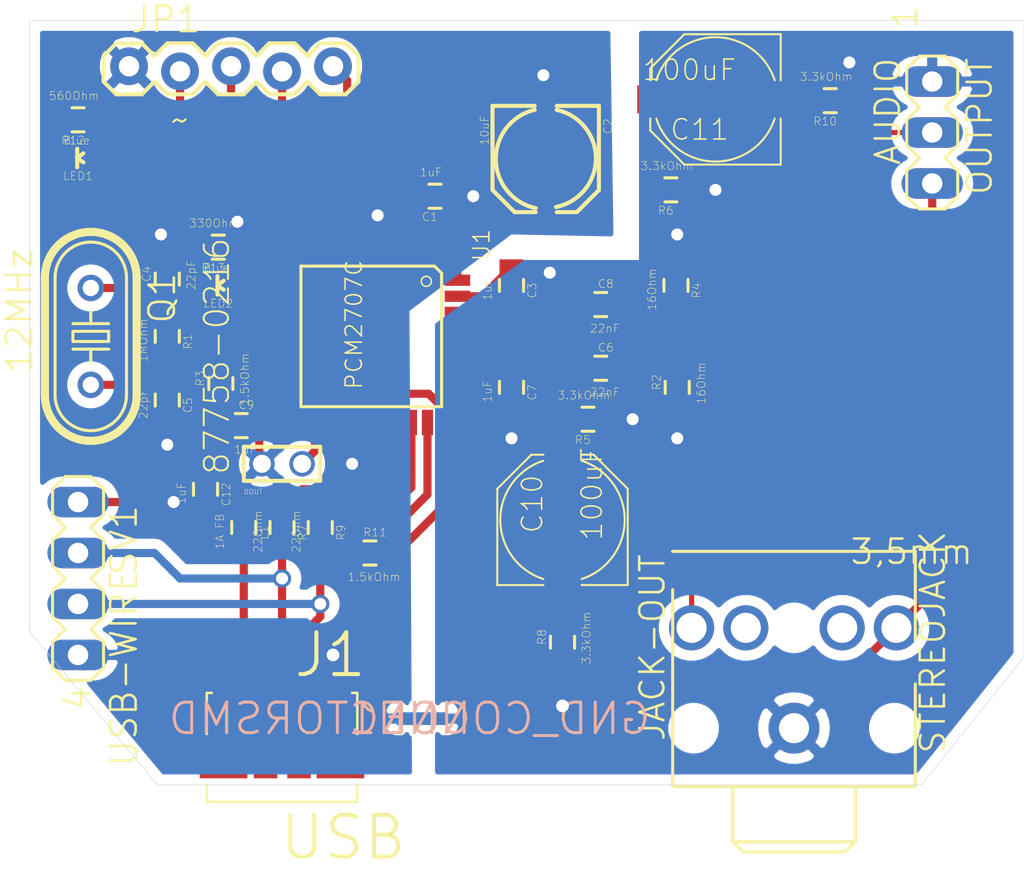
<source format=kicad_pcb>
(kicad_pcb (version 4) (host pcbnew 4.0.5)

  (general
    (links 78)
    (no_connects 1)
    (area 147.0025 54.7497 198.259701 98.75012)
    (thickness 1.6)
    (drawings 6)
    (tracks 209)
    (zones 0)
    (modules 37)
    (nets 37)
  )

  (page A3)
  (layers
    (0 Top signal)
    (31 Bottom signal hide)
    (32 B.Adhes user)
    (33 F.Adhes user)
    (34 B.Paste user)
    (35 F.Paste user)
    (36 B.SilkS user)
    (37 F.SilkS user)
    (38 B.Mask user)
    (39 F.Mask user)
    (40 Dwgs.User user)
    (41 Cmts.User user)
    (42 Eco1.User user)
    (43 Eco2.User user)
    (44 Edge.Cuts user)
  )

  (setup
    (last_trace_width 0.254)
    (trace_clearance 0.254)
    (zone_clearance 0.508)
    (zone_45_only no)
    (trace_min 0.1)
    (segment_width 0.2)
    (edge_width 0.15)
    (via_size 0.889)
    (via_drill 0.635)
    (via_min_size 0.089)
    (via_min_drill 0.508)
    (uvia_size 0.508)
    (uvia_drill 0.127)
    (uvias_allowed no)
    (uvia_min_size 0.05)
    (uvia_min_drill 0.127)
    (pcb_text_width 0.3)
    (pcb_text_size 1.5 1.5)
    (mod_edge_width 0.15)
    (mod_text_size 1.5 1.5)
    (mod_text_width 0.15)
    (pad_size 3 1.4)
    (pad_drill 0)
    (pad_to_mask_clearance 0.2)
    (aux_axis_origin 0 0)
    (visible_elements FFFFFFFF)
    (pcbplotparams
      (layerselection 0x00030_80000001)
      (usegerberextensions true)
      (excludeedgelayer true)
      (linewidth 0.100000)
      (plotframeref false)
      (viasonmask false)
      (mode 1)
      (useauxorigin false)
      (hpglpennumber 1)
      (hpglpenspeed 20)
      (hpglpendiameter 15)
      (hpglpenoverlay 2)
      (psnegative false)
      (psa4output false)
      (plotreference true)
      (plotvalue true)
      (plotinvisibletext false)
      (padsonsilk false)
      (subtractmaskfromsilk false)
      (outputformat 1)
      (mirror false)
      (drillshape 1)
      (scaleselection 1)
      (outputdirectory ""))
  )

  (net 0 "")
  (net 1 //SSPND)
  (net 2 /D+)
  (net 3 /N$1)
  (net 4 /N$10)
  (net 5 /N$13)
  (net 6 /N$14)
  (net 7 /N$15)
  (net 8 /N$16)
  (net 9 /N$17)
  (net 10 /N$18)
  (net 11 /N$2)
  (net 12 /N$21)
  (net 13 /N$22)
  (net 14 /N$23)
  (net 15 /N$3)
  (net 16 /N$4)
  (net 17 /N$5)
  (net 18 /N$6)
  (net 19 /N$7)
  (net 20 /N$8)
  (net 21 /N$9)
  (net 22 /VBUS)
  (net 23 5V)
  (net 24 AGND)
  (net 25 GND)
  (net 26 N$6)
  (net 27 OL)
  (net 28 OR)
  (net 29 VDD)
  (net 30 /D-)
  (net 31 "Net-(J1-Pad4)")
  (net 32 "Net-(U1-Pad4)")
  (net 33 "Net-(U1-Pad5)")
  (net 34 "Net-(U1-Pad14)")
  (net 35 "Net-(U1-Pad18)")
  (net 36 "Net-(U1-Pad19)")

  (net_class Default "This is the default net class."
    (clearance 0.254)
    (trace_width 0.254)
    (via_dia 0.889)
    (via_drill 0.635)
    (uvia_dia 0.508)
    (uvia_drill 0.127)
    (add_net //SSPND)
    (add_net /D+)
    (add_net /D-)
    (add_net /N$1)
    (add_net /N$10)
    (add_net /N$13)
    (add_net /N$14)
    (add_net /N$15)
    (add_net /N$16)
    (add_net /N$17)
    (add_net /N$18)
    (add_net /N$2)
    (add_net /N$21)
    (add_net /N$22)
    (add_net /N$23)
    (add_net /N$3)
    (add_net /N$4)
    (add_net /N$5)
    (add_net /N$6)
    (add_net /N$7)
    (add_net /N$8)
    (add_net /N$9)
    (add_net /VBUS)
    (add_net 5V)
    (add_net AGND)
    (add_net GND)
    (add_net N$6)
    (add_net "Net-(J1-Pad4)")
    (add_net "Net-(U1-Pad14)")
    (add_net "Net-(U1-Pad18)")
    (add_net "Net-(U1-Pad19)")
    (add_net "Net-(U1-Pad4)")
    (add_net "Net-(U1-Pad5)")
    (add_net OL)
    (add_net OR)
    (add_net VDD)
  )

  (module STX3100 (layer Top) (tedit 58D52537) (tstamp 58D526CE)
    (at 186.69 93.98 90)
    (descr "<b>MIC/HEADPHONE JACK</b><p> KS-S stereo microphone/headphone jack<p> PG203JN (Schukat)")
    (fp_text reference JACK-OUT (at 1.985 -6.25 90) (layer F.SilkS)
      (effects (font (size 1.2065 1.2065) (thickness 0.127)) (justify left bottom))
    )
    (fp_text value STEREOJACK (at 1.35 7.72 90) (layer F.SilkS)
      (effects (font (size 1.2065 1.2065) (thickness 0.127)) (justify left bottom))
    )
    (fp_line (start -0.212 6.142) (end -0.212 3.148) (layer F.SilkS) (width 0.1524))
    (fp_line (start 11.512 -5.942) (end 11.512 6.142) (layer F.SilkS) (width 0.1524))
    (fp_line (start -0.212 -2.948) (end -2.96 -2.948) (layer F.SilkS) (width 0.1524))
    (fp_line (start -2.96 3.148) (end -0.212 3.148) (layer F.SilkS) (width 0.1524))
    (fp_line (start -0.212 3.148) (end -0.212 -2.948) (layer F.SilkS) (width 0.1524))
    (fp_line (start -0.212 -2.948) (end -0.212 -5.942) (layer F.SilkS) (width 0.1524))
    (fp_line (start -2.96 -2.948) (end -3.468 -2.44) (layer F.SilkS) (width 0.1524))
    (fp_line (start -2.96 3.148) (end -3.468 2.64) (layer F.SilkS) (width 0.1524))
    (fp_line (start -3.468 2.64) (end -3.468 -2.44) (layer F.SilkS) (width 0.1524))
    (fp_line (start -2.96 3.148) (end -2.96 -2.948) (layer F.SilkS) (width 0.1524))
    (fp_line (start -0.212 6.142) (end 4.906 6.142) (layer F.SilkS) (width 0.1524))
    (fp_line (start 4.806 6.142) (end 6.965 6.142) (layer Dwgs.User) (width 0.1524))
    (fp_line (start 7.065 6.142) (end 11.512 6.142) (layer F.SilkS) (width 0.1524))
    (fp_line (start 11.512 -5.942) (end 11.51 -5.942) (layer F.SilkS) (width 0.1524))
    (fp_line (start 11.51 -5.942) (end 9.605 -5.942) (layer Dwgs.User) (width 0.1524))
    (fp_line (start 9.605 -5.942) (end -0.212 -5.942) (layer F.SilkS) (width 0.1524))
    (fp_line (start -0.131 1.751) (end 3.552 1.751) (layer Dwgs.User) (width 0.1524))
    (fp_line (start 3.552 -1.551) (end -0.131 -1.551) (layer Dwgs.User) (width 0.1524))
    (fp_line (start -0.131 1.751) (end -0.131 -1.551) (layer Dwgs.User) (width 0.1524))
    (fp_line (start 7.489 -0.408) (end 6.727 -0.789) (layer Dwgs.User) (width 0.1524))
    (fp_line (start 7.489 -0.408) (end 7.489 0.608) (layer Dwgs.User) (width 0.1524))
    (fp_line (start 6.727 0.989) (end 7.489 0.608) (layer Dwgs.User) (width 0.1524))
    (fp_line (start 3.552 -1.551) (end 3.552 -0.789) (layer Dwgs.User) (width 0.1524))
    (fp_line (start 3.552 -0.789) (end 3.552 0.989) (layer Dwgs.User) (width 0.1524))
    (fp_line (start 3.552 0.989) (end 3.552 1.751) (layer Dwgs.User) (width 0.1524))
    (fp_line (start 5.584 -0.789) (end 5.584 0.989) (layer Dwgs.User) (width 0.1524))
    (fp_line (start 5.584 -0.789) (end 6.727 -0.789) (layer Dwgs.User) (width 0.1524))
    (fp_line (start 5.584 0.989) (end 4.314 0.989) (layer Dwgs.User) (width 0.1524))
    (fp_line (start 4.314 -0.789) (end 4.314 0.989) (layer Dwgs.User) (width 0.1524))
    (fp_line (start 3.552 -0.789) (end 4.314 -0.789) (layer Dwgs.User) (width 0.1524))
    (fp_line (start 4.314 0.989) (end 3.552 0.989) (layer Dwgs.User) (width 0.1524))
    (fp_line (start 4.314 -0.789) (end 5.584 -0.789) (layer Dwgs.User) (width 0.1524))
    (fp_line (start 6.727 0.989) (end 5.584 0.989) (layer Dwgs.User) (width 0.1524))
    (fp_text user 3,5mm (at 10.79 2.831 180) (layer F.SilkS)
      (effects (font (size 1.2065 1.2065) (thickness 0.127)) (justify left bottom))
    )
    (pad 1 thru_hole circle (at 2.7 0.1 90) (size 2.54 2.54) (drill 1.5) (layers *.Cu *.Mask)
      (net 24 AGND))
    (pad 3 thru_hole circle (at 7.7 -2.3 90) (size 2.25 2.25) (drill 1.5) (layers *.Cu *.Mask))
    (pad 4 thru_hole circle (at 7.7 2.5 90) (size 2.25 2.25) (drill 1.5) (layers *.Cu *.Mask))
    (pad 5 thru_hole circle (at 7.7 5.2 90) (size 2.25 2.25) (drill 1.5) (layers *.Cu *.Mask)
      (net 27 OL))
    (pad 2 thru_hole circle (at 7.7 -5 90) (size 2.25 2.25) (drill 1.5) (layers *.Cu *.Mask)
      (net 28 OR))
    (pad "" np_thru_hole circle (at 2.7 -4.9 90) (size 1.5 1.5) (drill 1.5) (layers *.Cu))
    (pad "" np_thru_hole circle (at 2.7 5.1 90) (size 1.5 1.5) (drill 1.5) (layers *.Cu))
    (pad "" np_thru_hole circle (at 7.7 0.1 90) (size 1.5 1.5) (drill 1.5) (layers *.Cu))
  )

  (module MA03-1 (layer Top) (tedit 58D52537) (tstamp 58D526FB)
    (at 193.675 61.595 270)
    (descr "<b>PIN HEADER</b>")
    (fp_text reference OUTPUT (at -3.81 -1.651 270) (layer F.SilkS)
      (effects (font (size 1.2065 1.2065) (thickness 0.127)) (justify right top))
    )
    (fp_text value AUDIO (at -3.81 2.921 270) (layer F.SilkS)
      (effects (font (size 1.2065 1.2065) (thickness 0.127)) (justify right top))
    )
    (fp_line (start -3.175 -1.27) (end -1.905 -1.27) (layer F.SilkS) (width 0.1524))
    (fp_line (start -1.905 -1.27) (end -1.27 -0.635) (layer F.SilkS) (width 0.1524))
    (fp_line (start -1.27 0.635) (end -1.905 1.27) (layer F.SilkS) (width 0.1524))
    (fp_line (start -1.27 -0.635) (end -0.635 -1.27) (layer F.SilkS) (width 0.1524))
    (fp_line (start -0.635 -1.27) (end 0.635 -1.27) (layer F.SilkS) (width 0.1524))
    (fp_line (start 0.635 -1.27) (end 1.27 -0.635) (layer F.SilkS) (width 0.1524))
    (fp_line (start 1.27 0.635) (end 0.635 1.27) (layer F.SilkS) (width 0.1524))
    (fp_line (start 0.635 1.27) (end -0.635 1.27) (layer F.SilkS) (width 0.1524))
    (fp_line (start -0.635 1.27) (end -1.27 0.635) (layer F.SilkS) (width 0.1524))
    (fp_line (start -3.81 -0.635) (end -3.81 0.635) (layer F.SilkS) (width 0.1524))
    (fp_line (start -3.175 -1.27) (end -3.81 -0.635) (layer F.SilkS) (width 0.1524))
    (fp_line (start -3.81 0.635) (end -3.175 1.27) (layer F.SilkS) (width 0.1524))
    (fp_line (start -1.905 1.27) (end -3.175 1.27) (layer F.SilkS) (width 0.1524))
    (fp_line (start 1.27 -0.635) (end 1.905 -1.27) (layer F.SilkS) (width 0.1524))
    (fp_line (start 1.905 -1.27) (end 3.175 -1.27) (layer F.SilkS) (width 0.1524))
    (fp_line (start 3.175 -1.27) (end 3.81 -0.635) (layer F.SilkS) (width 0.1524))
    (fp_line (start 3.81 0.635) (end 3.175 1.27) (layer F.SilkS) (width 0.1524))
    (fp_line (start 3.175 1.27) (end 1.905 1.27) (layer F.SilkS) (width 0.1524))
    (fp_line (start 1.905 1.27) (end 1.27 0.635) (layer F.SilkS) (width 0.1524))
    (fp_line (start 3.81 -0.635) (end 3.81 0.635) (layer F.SilkS) (width 0.1524))
    (fp_text user 1 (at -5.08 0.635 270) (layer F.SilkS)
      (effects (font (size 1.2065 1.2065) (thickness 0.127)) (justify left bottom))
    )
    (fp_poly (pts (xy -0.254 0.254) (xy 0.254 0.254) (xy 0.254 -0.254) (xy -0.254 -0.254)) (layer Dwgs.User) (width 0.00012))
    (fp_poly (pts (xy -2.794 0.254) (xy -2.286 0.254) (xy -2.286 -0.254) (xy -2.794 -0.254)) (layer Dwgs.User) (width 0.00012))
    (fp_poly (pts (xy 2.286 0.254) (xy 2.794 0.254) (xy 2.794 -0.254) (xy 2.286 -0.254)) (layer Dwgs.User) (width 0.00012))
    (pad 1 thru_hole oval (at -2.54 0) (size 3.048 1.524) (drill 1.016) (layers *.Cu *.Mask)
      (net 24 AGND))
    (pad 2 thru_hole oval (at 0 0) (size 3.048 1.524) (drill 1.016) (layers *.Cu *.Mask)
      (net 28 OR))
    (pad 3 thru_hole oval (at 2.54 0) (size 3.048 1.524) (drill 1.016) (layers *.Cu *.Mask)
      (net 27 OL))
  )

  (module 87758-0216 (layer Top) (tedit 58D52537) (tstamp 58D5275F)
    (at 161.29 78.105 90)
    (descr "<b>2 Pin - 2mm Dual Row Single Wafer, Vertical T/H HDR</b><p> Source: http://www.molex.com/pdm_docs/sd/877580616_sd.pdf")
    (fp_text reference DOUT (at -1.255 -0.9525 360) (layer F.SilkS)
      (effects (font (size 0.2413 0.2413) (thickness 0.019304)) (justify right top))
    )
    (fp_text value 87758-0216 (at -0.62 -2.54 90) (layer F.SilkS)
      (effects (font (size 1.2065 1.2065) (thickness 0.09652)) (justify left bottom))
    )
    (fp_line (start -0.85 1.9) (end 0.85 1.9) (layer F.SilkS) (width 0.2032))
    (fp_line (start 0.85 1.9) (end 0.85 0.4) (layer F.SilkS) (width 0.2032))
    (fp_line (start 0.85 -0.4) (end 0.85 -1.9) (layer F.SilkS) (width 0.2032))
    (fp_line (start 0.85 -1.9) (end -0.85 -1.9) (layer F.SilkS) (width 0.2032))
    (fp_line (start -0.85 -1.9) (end -0.85 -0.4) (layer F.SilkS) (width 0.2032))
    (fp_line (start -0.85 0.4) (end -0.85 1.9) (layer F.SilkS) (width 0.2032))
    (fp_line (start -0.85 -0.4) (end -0.85 0.4) (layer F.SilkS) (width 0.2032))
    (fp_line (start 0.85 0.4) (end 0.85 -0.4) (layer F.SilkS) (width 0.2032))
    (fp_text user 1 (at -0.65 1.75 90) (layer F.SilkS)
      (effects (font (size 0.28956 0.28956) (thickness 0.024384)) (justify left bottom))
    )
    (fp_poly (pts (xy -0.25 1.25) (xy 0.25 1.25) (xy 0.25 0.75) (xy -0.25 0.75)) (layer Dwgs.User) (width 0.00012))
    (fp_poly (pts (xy -0.25 -0.75) (xy 0.25 -0.75) (xy 0.25 -1.25) (xy -0.25 -1.25)) (layer Dwgs.User) (width 0.00012))
    (pad 1 thru_hole circle (at 0 1 90) (size 1.27 1.27) (drill 0.9) (layers *.Cu *.Mask)
      (net 26 N$6))
    (pad 2 thru_hole circle (at 0 -1 90) (size 1.27 1.27) (drill 0.9) (layers *.Cu *.Mask)
      (net 25 GND))
  )

  (module PCM2707_DAC:SPARKFUN-PASSIVES_0805 (layer Top) (tedit 200000) (tstamp 58D5BC03)
    (at 168.91 64.77 180)
    (path /58D52595)
    (attr smd)
    (fp_text reference C1 (at 0.254 -1.0287 180) (layer F.SilkS)
      (effects (font (size 0.4064 0.4064) (thickness 0.0254)))
    )
    (fp_text value 1uF (at 0.2032 1.1938 180) (layer F.SilkS)
      (effects (font (size 0.4064 0.4064) (thickness 0.0254)))
    )
    (fp_line (start -0.29972 -0.59944) (end 0.29972 -0.59944) (layer F.SilkS) (width 0.1524))
    (fp_line (start -0.29972 0.59944) (end 0.29972 0.59944) (layer F.SilkS) (width 0.1524))
    (pad 1 smd rect (at -0.89916 0 180) (size 0.79756 1.19888) (layers Top F.Paste F.Mask)
      (net 25 GND))
    (pad 2 smd rect (at 0.89916 0 180) (size 0.79756 1.19888) (layers Top F.Paste F.Mask)
      (net 11 /N$2))
  )

  (module PCM2707_DAC:SPARKFUN-PASSIVES_PANASONIC_C (layer Top) (tedit 200000) (tstamp 58D5BC08)
    (at 174.625 62.865 270)
    (descr "PANASONIC ALUMINIUM ELECTROLYTIC CAPACITOR VS-SERIE PACKAGE E")
    (tags "PANASONIC ALUMINIUM ELECTROLYTIC CAPACITOR VS-SERIE PACKAGE E")
    (path /58D5265D)
    (attr smd)
    (fp_text reference C2 (at -1.58242 -2.90068 270) (layer F.SilkS)
      (effects (font (size 0.4064 0.4064) (thickness 0.0254)))
    )
    (fp_text value 10uF (at -1.37922 3.24612 270) (layer F.SilkS)
      (effects (font (size 0.4064 0.4064) (thickness 0.0254)))
    )
    (fp_line (start -2.59842 -2.44856) (end 1.59766 -2.44856) (layer F.SilkS) (width 0.2032))
    (fp_line (start 1.59766 -2.44856) (end 2.69748 -1.34874) (layer F.SilkS) (width 0.2032))
    (fp_line (start 2.69748 1.74752) (end 1.59766 2.84988) (layer F.SilkS) (width 0.2032))
    (fp_line (start 1.59766 2.84988) (end -2.59842 2.84988) (layer F.SilkS) (width 0.2032))
    (fp_line (start -2.59842 -2.44856) (end 1.59766 -2.44856) (layer Dwgs.User) (width 0.1016))
    (fp_line (start 1.59766 -2.44856) (end 2.69748 -1.34874) (layer Dwgs.User) (width 0.1016))
    (fp_line (start 2.69748 1.74752) (end 1.59766 2.84988) (layer Dwgs.User) (width 0.1016))
    (fp_line (start 1.59766 2.84988) (end -2.59842 2.84988) (layer Dwgs.User) (width 0.1016))
    (fp_line (start -2.59842 -2.44856) (end -2.59842 -0.34798) (layer F.SilkS) (width 0.2032))
    (fp_line (start -2.59842 2.84988) (end -2.59842 0.7493) (layer F.SilkS) (width 0.2032))
    (fp_line (start 2.69748 -1.34874) (end 2.69748 -0.34798) (layer F.SilkS) (width 0.2032))
    (fp_line (start 2.69748 1.74752) (end 2.69748 0.6985) (layer F.SilkS) (width 0.2032))
    (fp_line (start -2.59842 -2.44856) (end -2.59842 2.84988) (layer Dwgs.User) (width 0.1016))
    (fp_line (start 2.69748 -1.34874) (end 2.69748 1.74752) (layer Dwgs.User) (width 0.1016))
    (fp_circle (center 0.04826 0.19812) (end 1.29794 1.4478) (layer Dwgs.User) (width 0.0508))
    (fp_arc (start 0.01778 0.17272) (end -2.39776 -0.34798) (angle 156.6) (layer F.SilkS) (width 0.2032))
    (fp_arc (start 0.04318 0.17272) (end 2.49936 0.6985) (angle 154.6) (layer F.SilkS) (width 0.2032))
    (pad + smd rect (at 1.89992 0.19812 270) (size 2.19964 0.6477) (layers Top F.Paste F.Mask)
      (net 16 /N$4))
    (pad - smd rect (at -1.79832 0.19812 270) (size 2.19964 0.6477) (layers Top F.Paste F.Mask)
      (net 25 GND))
  )

  (module PCM2707_DAC:SPARKFUN-PASSIVES_0805 (layer Top) (tedit 200000) (tstamp 58D5BC0D)
    (at 172.72 69.215 270)
    (path /58D52725)
    (attr smd)
    (fp_text reference C3 (at 0.254 -1.0287 270) (layer F.SilkS)
      (effects (font (size 0.4064 0.4064) (thickness 0.0254)))
    )
    (fp_text value 1uF (at 0.2032 1.1938 270) (layer F.SilkS)
      (effects (font (size 0.4064 0.4064) (thickness 0.0254)))
    )
    (fp_line (start -0.29972 -0.59944) (end 0.29972 -0.59944) (layer F.SilkS) (width 0.1524))
    (fp_line (start -0.29972 0.59944) (end 0.29972 0.59944) (layer F.SilkS) (width 0.1524))
    (pad 1 smd rect (at -0.89916 0 270) (size 0.79756 1.19888) (layers Top F.Paste F.Mask)
      (net 24 AGND))
    (pad 2 smd rect (at 0.89916 0 270) (size 0.79756 1.19888) (layers Top F.Paste F.Mask)
      (net 5 /N$13))
  )

  (module PCM2707_DAC:SPARKFUN-PASSIVES_0805 (layer Top) (tedit 200000) (tstamp 58D5BC12)
    (at 155.575 68.8975 90)
    (path /58D527ED)
    (attr smd)
    (fp_text reference C4 (at 0.254 -1.0287 90) (layer F.SilkS)
      (effects (font (size 0.4064 0.4064) (thickness 0.0254)))
    )
    (fp_text value 22pF (at 0.2032 1.1938 90) (layer F.SilkS)
      (effects (font (size 0.4064 0.4064) (thickness 0.0254)))
    )
    (fp_line (start -0.29972 -0.59944) (end 0.29972 -0.59944) (layer F.SilkS) (width 0.1524))
    (fp_line (start -0.29972 0.59944) (end 0.29972 0.59944) (layer F.SilkS) (width 0.1524))
    (pad 1 smd rect (at -0.89916 0 90) (size 0.79756 1.19888) (layers Top F.Paste F.Mask)
      (net 19 /N$7))
    (pad 2 smd rect (at 0.89916 0 90) (size 0.79756 1.19888) (layers Top F.Paste F.Mask)
      (net 25 GND))
  )

  (module PCM2707_DAC:SPARKFUN-PASSIVES_0805 (layer Top) (tedit 200000) (tstamp 58D5BC17)
    (at 155.575 74.93 270)
    (path /58D528B5)
    (attr smd)
    (fp_text reference C5 (at 0.254 -1.0287 270) (layer F.SilkS)
      (effects (font (size 0.4064 0.4064) (thickness 0.0254)))
    )
    (fp_text value 22pF (at 0.2032 1.1938 270) (layer F.SilkS)
      (effects (font (size 0.4064 0.4064) (thickness 0.0254)))
    )
    (fp_line (start -0.29972 -0.59944) (end 0.29972 -0.59944) (layer F.SilkS) (width 0.1524))
    (fp_line (start -0.29972 0.59944) (end 0.29972 0.59944) (layer F.SilkS) (width 0.1524))
    (pad 1 smd rect (at -0.89916 0 270) (size 0.79756 1.19888) (layers Top F.Paste F.Mask)
      (net 20 /N$8))
    (pad 2 smd rect (at 0.89916 0 270) (size 0.79756 1.19888) (layers Top F.Paste F.Mask)
      (net 25 GND))
  )

  (module PCM2707_DAC:SPARKFUN-PASSIVES_0805 (layer Top) (tedit 200000) (tstamp 58D5BC1C)
    (at 177.165 73.3425)
    (path /58D5297D)
    (attr smd)
    (fp_text reference C6 (at 0.254 -1.0287) (layer F.SilkS)
      (effects (font (size 0.4064 0.4064) (thickness 0.0254)))
    )
    (fp_text value 22nF (at 0.2032 1.1938) (layer F.SilkS)
      (effects (font (size 0.4064 0.4064) (thickness 0.0254)))
    )
    (fp_line (start -0.29972 -0.59944) (end 0.29972 -0.59944) (layer F.SilkS) (width 0.1524))
    (fp_line (start -0.29972 0.59944) (end 0.29972 0.59944) (layer F.SilkS) (width 0.1524))
    (pad 1 smd rect (at -0.89916 0) (size 0.79756 1.19888) (layers Top F.Paste F.Mask)
      (net 14 /N$23))
    (pad 2 smd rect (at 0.89916 0) (size 0.79756 1.19888) (layers Top F.Paste F.Mask)
      (net 10 /N$18))
  )

  (module PCM2707_DAC:SPARKFUN-PASSIVES_0805 (layer Top) (tedit 200000) (tstamp 58D5BC21)
    (at 172.72 74.295 270)
    (path /58D52A45)
    (attr smd)
    (fp_text reference C7 (at 0.254 -1.0287 270) (layer F.SilkS)
      (effects (font (size 0.4064 0.4064) (thickness 0.0254)))
    )
    (fp_text value 1uF (at 0.2032 1.1938 270) (layer F.SilkS)
      (effects (font (size 0.4064 0.4064) (thickness 0.0254)))
    )
    (fp_line (start -0.29972 -0.59944) (end 0.29972 -0.59944) (layer F.SilkS) (width 0.1524))
    (fp_line (start -0.29972 0.59944) (end 0.29972 0.59944) (layer F.SilkS) (width 0.1524))
    (pad 1 smd rect (at -0.89916 0 270) (size 0.79756 1.19888) (layers Top F.Paste F.Mask)
      (net 8 /N$16))
    (pad 2 smd rect (at 0.89916 0 270) (size 0.79756 1.19888) (layers Top F.Paste F.Mask)
      (net 24 AGND))
  )

  (module PCM2707_DAC:SPARKFUN-PASSIVES_0805 (layer Top) (tedit 200000) (tstamp 58D5BC26)
    (at 177.165 70.1675)
    (path /58D52B0D)
    (attr smd)
    (fp_text reference C8 (at 0.254 -1.0287) (layer F.SilkS)
      (effects (font (size 0.4064 0.4064) (thickness 0.0254)))
    )
    (fp_text value 22nF (at 0.2032 1.1938) (layer F.SilkS)
      (effects (font (size 0.4064 0.4064) (thickness 0.0254)))
    )
    (fp_line (start -0.29972 -0.59944) (end 0.29972 -0.59944) (layer F.SilkS) (width 0.1524))
    (fp_line (start -0.29972 0.59944) (end 0.29972 0.59944) (layer F.SilkS) (width 0.1524))
    (pad 1 smd rect (at -0.89916 0) (size 0.79756 1.19888) (layers Top F.Paste F.Mask)
      (net 12 /N$21))
    (pad 2 smd rect (at 0.89916 0) (size 0.79756 1.19888) (layers Top F.Paste F.Mask)
      (net 9 /N$17))
  )

  (module PCM2707_DAC:SPARKFUN-PASSIVES_0805 (layer Top) (tedit 200000) (tstamp 58D5BC2B)
    (at 159.258 76.2)
    (path /58D52BD5)
    (attr smd)
    (fp_text reference C9 (at 0.254 -1.0287) (layer F.SilkS)
      (effects (font (size 0.4064 0.4064) (thickness 0.0254)))
    )
    (fp_text value 1uF (at 0.2032 1.1938) (layer F.SilkS)
      (effects (font (size 0.4064 0.4064) (thickness 0.0254)))
    )
    (fp_line (start -0.29972 -0.59944) (end 0.29972 -0.59944) (layer F.SilkS) (width 0.1524))
    (fp_line (start -0.29972 0.59944) (end 0.29972 0.59944) (layer F.SilkS) (width 0.1524))
    (pad 1 smd rect (at -0.89916 0) (size 0.79756 1.19888) (layers Top F.Paste F.Mask)
      (net 29 VDD))
    (pad 2 smd rect (at 0.89916 0) (size 0.79756 1.19888) (layers Top F.Paste F.Mask)
      (net 25 GND))
  )

  (module PCM2707_DAC:SPARKFUN-PASSIVES_PANASONIC_D (layer Top) (tedit 200000) (tstamp 58D5BC30)
    (at 175.26 80.899 90)
    (path /58D52C9D)
    (attr smd)
    (fp_text reference C10 (at 0.78994 -1.50622 90) (layer F.SilkS)
      (effects (font (size 1.016 1.016) (thickness 0.0762)))
    )
    (fp_text value 100uF (at 1.29794 1.46558 90) (layer F.SilkS)
      (effects (font (size 1.016 1.016) (thickness 0.0762)))
    )
    (fp_line (start -3.64998 0.34798) (end -3.048 0.34798) (layer Dwgs.User) (width 0.06604))
    (fp_line (start -3.048 0.34798) (end -3.048 -0.34798) (layer Dwgs.User) (width 0.06604))
    (fp_line (start -3.64998 -0.34798) (end -3.048 -0.34798) (layer Dwgs.User) (width 0.06604))
    (fp_line (start -3.64998 0.34798) (end -3.64998 -0.34798) (layer Dwgs.User) (width 0.06604))
    (fp_line (start 3.048 0.34798) (end 3.64998 0.34798) (layer Dwgs.User) (width 0.06604))
    (fp_line (start 3.64998 0.34798) (end 3.64998 -0.34798) (layer Dwgs.User) (width 0.06604))
    (fp_line (start 3.048 -0.34798) (end 3.64998 -0.34798) (layer Dwgs.User) (width 0.06604))
    (fp_line (start 3.048 0.34798) (end 3.048 -0.34798) (layer Dwgs.User) (width 0.06604))
    (fp_line (start -3.24866 -3.24866) (end 1.5494 -3.24866) (layer Dwgs.User) (width 0.1016))
    (fp_line (start 1.5494 -3.24866) (end 3.24866 -1.5494) (layer Dwgs.User) (width 0.1016))
    (fp_line (start 3.24866 -1.5494) (end 3.24866 1.5494) (layer Dwgs.User) (width 0.1016))
    (fp_line (start 3.24866 1.5494) (end 1.5494 3.24866) (layer Dwgs.User) (width 0.1016))
    (fp_line (start 1.5494 3.24866) (end -3.24866 3.24866) (layer Dwgs.User) (width 0.1016))
    (fp_line (start -3.24866 3.24866) (end -3.24866 -3.24866) (layer Dwgs.User) (width 0.1016))
    (fp_line (start -3.24866 -0.94996) (end -3.24866 -3.24866) (layer F.SilkS) (width 0.1016))
    (fp_line (start -3.24866 -3.24866) (end 1.5494 -3.24866) (layer F.SilkS) (width 0.1016))
    (fp_line (start 1.5494 -3.24866) (end 3.24866 -1.5494) (layer F.SilkS) (width 0.1016))
    (fp_line (start 3.24866 -1.5494) (end 3.24866 -0.94996) (layer F.SilkS) (width 0.1016))
    (fp_line (start 3.24866 0.94996) (end 3.24866 1.5494) (layer F.SilkS) (width 0.1016))
    (fp_line (start 3.24866 1.5494) (end 1.5494 3.24866) (layer F.SilkS) (width 0.1016))
    (fp_line (start 1.5494 3.24866) (end -3.24866 3.24866) (layer F.SilkS) (width 0.1016))
    (fp_line (start -3.24866 3.24866) (end -3.24866 0.94996) (layer F.SilkS) (width 0.1016))
    (fp_line (start -2.09804 -2.2479) (end -2.09804 2.19964) (layer Dwgs.User) (width 0.1016))
    (fp_line (start -2.14884 -2.14884) (end -2.59842 -1.59766) (layer Dwgs.User) (width 0.1016))
    (fp_line (start -2.59842 -1.59766) (end -2.89814 -0.89916) (layer Dwgs.User) (width 0.1016))
    (fp_line (start -2.89814 -0.89916) (end -3.048 0) (layer Dwgs.User) (width 0.1016))
    (fp_line (start -3.048 0) (end -2.89814 0.94996) (layer Dwgs.User) (width 0.1016))
    (fp_line (start -2.89814 0.94996) (end -2.54762 1.64846) (layer Dwgs.User) (width 0.1016))
    (fp_line (start -2.54762 1.64846) (end -2.14884 2.14884) (layer Dwgs.User) (width 0.1016))
    (fp_line (start -2.14884 2.14884) (end -2.14884 -2.09804) (layer Dwgs.User) (width 0.1016))
    (fp_line (start -2.14884 -2.09804) (end -2.14884 -2.14884) (layer Dwgs.User) (width 0.1016))
    (fp_circle (center 0 0) (end -1.5494 1.5494) (layer Dwgs.User) (width 0.0508))
    (fp_arc (start 0 0) (end -2.94894 -0.94996) (angle 144.2) (layer F.SilkS) (width 0.1016))
    (fp_arc (start 0 0) (end 2.94894 0.94996) (angle 144.2) (layer F.SilkS) (width 0.1016))
    (pad + smd rect (at 2.39776 0 90) (size 2.99974 1.39954) (layers Top F.Paste F.Mask)
      (net 14 /N$23))
    (pad - smd rect (at -2.39776 0 90) (size 2.99974 1.39954) (layers Top F.Paste F.Mask)
      (net 27 OL))
  )

  (module PCM2707_DAC:SPARKFUN-PASSIVES_PANASONIC_D (layer Top) (tedit 200000) (tstamp 58D5BC35)
    (at 182.88 59.944 180)
    (path /58D52D65)
    (attr smd)
    (fp_text reference C11 (at 0.78994 -1.50622 180) (layer F.SilkS)
      (effects (font (size 1.016 1.016) (thickness 0.0762)))
    )
    (fp_text value 100uF (at 1.29794 1.46558 180) (layer F.SilkS)
      (effects (font (size 1.016 1.016) (thickness 0.0762)))
    )
    (fp_line (start -3.64998 0.34798) (end -3.048 0.34798) (layer Dwgs.User) (width 0.06604))
    (fp_line (start -3.048 0.34798) (end -3.048 -0.34798) (layer Dwgs.User) (width 0.06604))
    (fp_line (start -3.64998 -0.34798) (end -3.048 -0.34798) (layer Dwgs.User) (width 0.06604))
    (fp_line (start -3.64998 0.34798) (end -3.64998 -0.34798) (layer Dwgs.User) (width 0.06604))
    (fp_line (start 3.048 0.34798) (end 3.64998 0.34798) (layer Dwgs.User) (width 0.06604))
    (fp_line (start 3.64998 0.34798) (end 3.64998 -0.34798) (layer Dwgs.User) (width 0.06604))
    (fp_line (start 3.048 -0.34798) (end 3.64998 -0.34798) (layer Dwgs.User) (width 0.06604))
    (fp_line (start 3.048 0.34798) (end 3.048 -0.34798) (layer Dwgs.User) (width 0.06604))
    (fp_line (start -3.24866 -3.24866) (end 1.5494 -3.24866) (layer Dwgs.User) (width 0.1016))
    (fp_line (start 1.5494 -3.24866) (end 3.24866 -1.5494) (layer Dwgs.User) (width 0.1016))
    (fp_line (start 3.24866 -1.5494) (end 3.24866 1.5494) (layer Dwgs.User) (width 0.1016))
    (fp_line (start 3.24866 1.5494) (end 1.5494 3.24866) (layer Dwgs.User) (width 0.1016))
    (fp_line (start 1.5494 3.24866) (end -3.24866 3.24866) (layer Dwgs.User) (width 0.1016))
    (fp_line (start -3.24866 3.24866) (end -3.24866 -3.24866) (layer Dwgs.User) (width 0.1016))
    (fp_line (start -3.24866 -0.94996) (end -3.24866 -3.24866) (layer F.SilkS) (width 0.1016))
    (fp_line (start -3.24866 -3.24866) (end 1.5494 -3.24866) (layer F.SilkS) (width 0.1016))
    (fp_line (start 1.5494 -3.24866) (end 3.24866 -1.5494) (layer F.SilkS) (width 0.1016))
    (fp_line (start 3.24866 -1.5494) (end 3.24866 -0.94996) (layer F.SilkS) (width 0.1016))
    (fp_line (start 3.24866 0.94996) (end 3.24866 1.5494) (layer F.SilkS) (width 0.1016))
    (fp_line (start 3.24866 1.5494) (end 1.5494 3.24866) (layer F.SilkS) (width 0.1016))
    (fp_line (start 1.5494 3.24866) (end -3.24866 3.24866) (layer F.SilkS) (width 0.1016))
    (fp_line (start -3.24866 3.24866) (end -3.24866 0.94996) (layer F.SilkS) (width 0.1016))
    (fp_line (start -2.09804 -2.2479) (end -2.09804 2.19964) (layer Dwgs.User) (width 0.1016))
    (fp_line (start -2.14884 -2.14884) (end -2.59842 -1.59766) (layer Dwgs.User) (width 0.1016))
    (fp_line (start -2.59842 -1.59766) (end -2.89814 -0.89916) (layer Dwgs.User) (width 0.1016))
    (fp_line (start -2.89814 -0.89916) (end -3.048 0) (layer Dwgs.User) (width 0.1016))
    (fp_line (start -3.048 0) (end -2.89814 0.94996) (layer Dwgs.User) (width 0.1016))
    (fp_line (start -2.89814 0.94996) (end -2.54762 1.64846) (layer Dwgs.User) (width 0.1016))
    (fp_line (start -2.54762 1.64846) (end -2.14884 2.14884) (layer Dwgs.User) (width 0.1016))
    (fp_line (start -2.14884 2.14884) (end -2.14884 -2.09804) (layer Dwgs.User) (width 0.1016))
    (fp_line (start -2.14884 -2.09804) (end -2.14884 -2.14884) (layer Dwgs.User) (width 0.1016))
    (fp_circle (center 0 0) (end -1.5494 1.5494) (layer Dwgs.User) (width 0.0508))
    (fp_arc (start 0 0) (end -2.94894 -0.94996) (angle 144.2) (layer F.SilkS) (width 0.1016))
    (fp_arc (start 0 0) (end 2.94894 0.94996) (angle 144.2) (layer F.SilkS) (width 0.1016))
    (pad + smd rect (at 2.39776 0 180) (size 2.99974 1.39954) (layers Top F.Paste F.Mask)
      (net 12 /N$21))
    (pad - smd rect (at -2.39776 0 180) (size 2.99974 1.39954) (layers Top F.Paste F.Mask)
      (net 28 OR))
  )

  (module PCM2707_DAC:SPARKFUN-PASSIVES_0805 (layer Top) (tedit 200000) (tstamp 58D5BC3A)
    (at 157.48 79.375 270)
    (path /58D52E2D)
    (attr smd)
    (fp_text reference C12 (at 0.254 -1.0287 270) (layer F.SilkS)
      (effects (font (size 0.4064 0.4064) (thickness 0.0254)))
    )
    (fp_text value 1uF (at 0.2032 1.1938 270) (layer F.SilkS)
      (effects (font (size 0.4064 0.4064) (thickness 0.0254)))
    )
    (fp_line (start -0.29972 -0.59944) (end 0.29972 -0.59944) (layer F.SilkS) (width 0.1524))
    (fp_line (start -0.29972 0.59944) (end 0.29972 0.59944) (layer F.SilkS) (width 0.1524))
    (pad 1 smd rect (at -0.89916 0 270) (size 0.79756 1.19888) (layers Top F.Paste F.Mask)
      (net 23 5V))
    (pad 2 smd rect (at 0.89916 0 270) (size 0.79756 1.19888) (layers Top F.Paste F.Mask)
      (net 25 GND))
  )

  (module PCM2707_DAC:LOWDERLIB_GND_CONNECTOR (layer Bottom) (tedit 200000) (tstamp 58D5BC3F)
    (at 167.64 90.805 180)
    (path /58D52EF5)
    (attr smd)
    (fp_text reference CON1 (at 0 0 180) (layer B.SilkS)
      (effects (font (thickness 0.15)) (justify mirror))
    )
    (fp_text value GND_CONNECTORSMD (at 0 0 180) (layer B.SilkS)
      (effects (font (thickness 0.15)) (justify mirror))
    )
    (pad 1 smd rect (at -1.27 0 180) (size 1.27 0.635) (layers Bottom B.Paste B.Mask)
      (net 24 AGND))
    (pad 2 smd rect (at 0 0 180) (size 1.27 0.635) (layers Bottom B.Paste B.Mask)
      (net 25 GND))
  )

  (module PCM2707_DAC:MOLEX-47346-0001_MOLEX_47346-0001 (layer Top) (tedit 200000) (tstamp 58D5BC4A)
    (at 161.29 90.17)
    (descr "MICRO USB R/A-473460001")
    (tags "MICRO USB R/A-473460001")
    (path /58D53661)
    (attr smd)
    (fp_text reference J1 (at 2.40538 -2.54) (layer F.SilkS)
      (effects (font (size 2.0828 2.0828) (thickness 0.2032)))
    )
    (fp_text value USB (at 3.048 6.55828) (layer F.SilkS)
      (effects (font (size 2.0828 2.0828) (thickness 0.2032)))
    )
    (fp_line (start -4.49834 4.10972) (end 4.99872 4.10972) (layer Dwgs.User) (width 0.09906))
    (fp_line (start -4.49834 4.80822) (end 4.99872 4.80822) (layer Dwgs.User) (width 0.09906))
    (fp_line (start -3.74904 -0.6477) (end -3.74904 4.77774) (layer Dwgs.User) (width 0.127))
    (fp_line (start -3.74904 4.77774) (end 3.74904 4.77774) (layer Dwgs.User) (width 0.127))
    (fp_line (start 3.74904 4.77774) (end 3.74904 -0.6477) (layer Dwgs.User) (width 0.127))
    (fp_line (start 3.74904 -0.6477) (end -3.74904 -0.6477) (layer Dwgs.User) (width 0.127))
    (fp_line (start -3.49758 -0.6477) (end -3.74904 -0.6477) (layer F.SilkS) (width 0.127))
    (fp_line (start -3.74904 -0.6477) (end -3.74904 1.39954) (layer F.SilkS) (width 0.127))
    (fp_line (start 3.49758 -0.6477) (end 3.74904 -0.6477) (layer F.SilkS) (width 0.127))
    (fp_line (start 3.74904 -0.6477) (end 3.74904 1.39954) (layer F.SilkS) (width 0.127))
    (fp_line (start -3.74904 3.8989) (end -3.74904 4.77774) (layer F.SilkS) (width 0.127))
    (fp_line (start -3.74904 4.77774) (end 3.74904 4.77774) (layer F.SilkS) (width 0.127))
    (fp_line (start 3.74904 4.77774) (end 3.74904 3.8989) (layer F.SilkS) (width 0.127))
    (pad 1 smd rect (at -1.29794 0 90) (size 1.37922 0.44958) (layers Top F.Paste F.Mask)
      (net 22 /VBUS))
    (pad 2 smd rect (at -0.6477 0 90) (size 1.37922 0.44958) (layers Top F.Paste F.Mask)
      (net 30 /D-))
    (pad 3 smd rect (at 0 0 90) (size 1.37922 0.44958) (layers Top F.Paste F.Mask)
      (net 2 /D+))
    (pad 4 smd rect (at 0.6477 0 90) (size 1.37922 0.44958) (layers Top F.Paste F.Mask)
      (net 31 "Net-(J1-Pad4)"))
    (pad 5 smd rect (at 1.29794 0 90) (size 1.37922 0.44958) (layers Top F.Paste F.Mask)
      (net 25 GND))
    (pad M1 smd rect (at -2.46126 0.35814 180) (size 1.4732 2.09804) (layers Top F.Paste F.Mask))
    (pad M2 smd rect (at 2.46126 0.35814 180) (size 1.4732 2.09804) (layers Top F.Paste F.Mask))
    (pad M3 smd rect (at -2.91084 2.65938) (size 2.3749 1.89992) (layers Top F.Paste F.Mask))
    (pad M4 smd rect (at -0.81788 2.65938) (size 1.17348 1.89992) (layers Top F.Paste F.Mask))
    (pad M5 smd rect (at 0.84836 2.65938) (size 1.17348 1.89992) (layers Top F.Paste F.Mask))
    (pad M6 smd rect (at 2.91084 2.65938) (size 2.3749 1.89992) (layers Top F.Paste F.Mask))
  )

  (module PCM2707_DAC:SPARKFUN-CONNECTORS_1X05_LOCK (layer Top) (tedit 200000) (tstamp 58D5BC61)
    (at 153.67 58.42)
    (path /58D537F1)
    (attr virtual)
    (fp_text reference JP1 (at 1.8288 -2.4638) (layer F.SilkS)
      (effects (font (size 1.27 1.27) (thickness 0.127)))
    )
    (fp_text value ~ (at 2.54 2.54) (layer F.SilkS)
      (effects (font (size 1.27 1.27) (thickness 0.1016)))
    )
    (fp_line (start 9.906 0.254) (end 10.414 0.254) (layer Dwgs.User) (width 0.06604))
    (fp_line (start 10.414 0.254) (end 10.414 -0.254) (layer Dwgs.User) (width 0.06604))
    (fp_line (start 9.906 -0.254) (end 10.414 -0.254) (layer Dwgs.User) (width 0.06604))
    (fp_line (start 9.906 0.254) (end 9.906 -0.254) (layer Dwgs.User) (width 0.06604))
    (fp_line (start 7.366 0.254) (end 7.874 0.254) (layer Dwgs.User) (width 0.06604))
    (fp_line (start 7.874 0.254) (end 7.874 -0.254) (layer Dwgs.User) (width 0.06604))
    (fp_line (start 7.366 -0.254) (end 7.874 -0.254) (layer Dwgs.User) (width 0.06604))
    (fp_line (start 7.366 0.254) (end 7.366 -0.254) (layer Dwgs.User) (width 0.06604))
    (fp_line (start 4.826 0.254) (end 5.334 0.254) (layer Dwgs.User) (width 0.06604))
    (fp_line (start 5.334 0.254) (end 5.334 -0.254) (layer Dwgs.User) (width 0.06604))
    (fp_line (start 4.826 -0.254) (end 5.334 -0.254) (layer Dwgs.User) (width 0.06604))
    (fp_line (start 4.826 0.254) (end 4.826 -0.254) (layer Dwgs.User) (width 0.06604))
    (fp_line (start 2.286 0.254) (end 2.794 0.254) (layer Dwgs.User) (width 0.06604))
    (fp_line (start 2.794 0.254) (end 2.794 -0.254) (layer Dwgs.User) (width 0.06604))
    (fp_line (start 2.286 -0.254) (end 2.794 -0.254) (layer Dwgs.User) (width 0.06604))
    (fp_line (start 2.286 0.254) (end 2.286 -0.254) (layer Dwgs.User) (width 0.06604))
    (fp_line (start -0.254 0.254) (end 0.254 0.254) (layer Dwgs.User) (width 0.06604))
    (fp_line (start 0.254 0.254) (end 0.254 -0.254) (layer Dwgs.User) (width 0.06604))
    (fp_line (start -0.254 -0.254) (end 0.254 -0.254) (layer Dwgs.User) (width 0.06604))
    (fp_line (start -0.254 0.254) (end -0.254 -0.254) (layer Dwgs.User) (width 0.06604))
    (fp_line (start 6.985 -1.27) (end 8.255 -1.27) (layer F.SilkS) (width 0.2032))
    (fp_line (start 8.255 -1.27) (end 8.89 -0.635) (layer F.SilkS) (width 0.2032))
    (fp_line (start 8.89 0.635) (end 8.255 1.27) (layer F.SilkS) (width 0.2032))
    (fp_line (start 8.89 -0.635) (end 9.525 -1.27) (layer F.SilkS) (width 0.2032))
    (fp_line (start 9.525 -1.27) (end 10.795 -1.27) (layer F.SilkS) (width 0.2032))
    (fp_line (start 10.795 -1.27) (end 11.43 -0.635) (layer F.SilkS) (width 0.2032))
    (fp_line (start 11.43 0.635) (end 10.795 1.27) (layer F.SilkS) (width 0.2032))
    (fp_line (start 10.795 1.27) (end 9.525 1.27) (layer F.SilkS) (width 0.2032))
    (fp_line (start 9.525 1.27) (end 8.89 0.635) (layer F.SilkS) (width 0.2032))
    (fp_line (start 3.81 -0.635) (end 4.445 -1.27) (layer F.SilkS) (width 0.2032))
    (fp_line (start 4.445 -1.27) (end 5.715 -1.27) (layer F.SilkS) (width 0.2032))
    (fp_line (start 5.715 -1.27) (end 6.35 -0.635) (layer F.SilkS) (width 0.2032))
    (fp_line (start 6.35 0.635) (end 5.715 1.27) (layer F.SilkS) (width 0.2032))
    (fp_line (start 5.715 1.27) (end 4.445 1.27) (layer F.SilkS) (width 0.2032))
    (fp_line (start 4.445 1.27) (end 3.81 0.635) (layer F.SilkS) (width 0.2032))
    (fp_line (start 6.985 -1.27) (end 6.35 -0.635) (layer F.SilkS) (width 0.2032))
    (fp_line (start 6.35 0.635) (end 6.985 1.27) (layer F.SilkS) (width 0.2032))
    (fp_line (start 8.255 1.27) (end 6.985 1.27) (layer F.SilkS) (width 0.2032))
    (fp_line (start -0.635 -1.27) (end 0.635 -1.27) (layer F.SilkS) (width 0.2032))
    (fp_line (start 0.635 -1.27) (end 1.27 -0.635) (layer F.SilkS) (width 0.2032))
    (fp_line (start 1.27 0.635) (end 0.635 1.27) (layer F.SilkS) (width 0.2032))
    (fp_line (start 1.27 -0.635) (end 1.905 -1.27) (layer F.SilkS) (width 0.2032))
    (fp_line (start 1.905 -1.27) (end 3.175 -1.27) (layer F.SilkS) (width 0.2032))
    (fp_line (start 3.175 -1.27) (end 3.81 -0.635) (layer F.SilkS) (width 0.2032))
    (fp_line (start 3.81 0.635) (end 3.175 1.27) (layer F.SilkS) (width 0.2032))
    (fp_line (start 3.175 1.27) (end 1.905 1.27) (layer F.SilkS) (width 0.2032))
    (fp_line (start 1.905 1.27) (end 1.27 0.635) (layer F.SilkS) (width 0.2032))
    (fp_line (start -1.27 -0.635) (end -1.27 0.635) (layer F.SilkS) (width 0.2032))
    (fp_line (start -0.635 -1.27) (end -1.27 -0.635) (layer F.SilkS) (width 0.2032))
    (fp_line (start -1.27 0.635) (end -0.635 1.27) (layer F.SilkS) (width 0.2032))
    (fp_line (start 0.635 1.27) (end -0.635 1.27) (layer F.SilkS) (width 0.2032))
    (fp_line (start 11.43 -0.635) (end 11.43 0.635) (layer F.SilkS) (width 0.2032))
    (pad 1 thru_hole circle (at 0 -0.127) (size 1.8796 1.8796) (drill 1.016) (layers *.Cu *.Paste *.Mask)
      (net 25 GND))
    (pad 2 thru_hole circle (at 2.54 0.127) (size 1.8796 1.8796) (drill 1.016) (layers *.Cu *.Paste *.Mask)
      (net 23 5V))
    (pad 3 thru_hole circle (at 5.08 -0.127) (size 1.8796 1.8796) (drill 1.016) (layers *.Cu *.Paste *.Mask)
      (net 17 /N$5))
    (pad 4 thru_hole circle (at 7.62 0.127) (size 1.8796 1.8796) (drill 1.016) (layers *.Cu *.Paste *.Mask)
      (net 15 /N$3))
    (pad 5 thru_hole circle (at 10.16 -0.127) (size 1.8796 1.8796) (drill 1.016) (layers *.Cu *.Paste *.Mask)
      (net 3 /N$1))
  )

  (module PCM2707_DAC:SPARKFUN-PASSIVES_0805 (layer Top) (tedit 200000) (tstamp 58D5BC69)
    (at 159.385 81.28 270)
    (path /58D538B9)
    (attr smd)
    (fp_text reference L1 (at 0.254 -1.0287 270) (layer F.SilkS)
      (effects (font (size 0.4064 0.4064) (thickness 0.0254)))
    )
    (fp_text value "1A FB" (at 0.2032 1.1938 270) (layer F.SilkS)
      (effects (font (size 0.4064 0.4064) (thickness 0.0254)))
    )
    (fp_line (start -0.29972 -0.59944) (end 0.29972 -0.59944) (layer F.SilkS) (width 0.1524))
    (fp_line (start -0.29972 0.59944) (end 0.29972 0.59944) (layer F.SilkS) (width 0.1524))
    (pad 1 smd rect (at -0.89916 0 270) (size 0.79756 1.19888) (layers Top F.Paste F.Mask)
      (net 23 5V))
    (pad 2 smd rect (at 0.89916 0 270) (size 0.79756 1.19888) (layers Top F.Paste F.Mask)
      (net 22 /VBUS))
  )

  (module PCM2707_DAC:SPARKFUN-LED_LED-0603 (layer Top) (tedit 200000) (tstamp 58D5BC6E)
    (at 151.257 62.865 90)
    (path /58D53981)
    (attr smd)
    (fp_text reference LED1 (at -0.89916 -0.127 180) (layer F.SilkS)
      (effects (font (size 0.4064 0.4064) (thickness 0.0254)))
    )
    (fp_text value Blue (at 0.8763 -0.2032 180) (layer F.SilkS)
      (effects (font (size 0.4064 0.4064) (thickness 0.0254)))
    )
    (fp_line (start -0.45974 -0.16764) (end 0 -0.16764) (layer F.SilkS) (width 0.2032))
    (fp_line (start 0 -0.16764) (end 0.45974 -0.16764) (layer F.SilkS) (width 0.2032))
    (fp_line (start 0 -0.16764) (end 0.23368 0.1397) (layer F.SilkS) (width 0.2032))
    (fp_line (start -0.0254 -0.1524) (end -0.2159 0.1397) (layer F.SilkS) (width 0.2032))
    (pad A smd rect (at 0 0.8763 90) (size 0.99822 0.99822) (layers Top F.Paste F.Mask)
      (net 23 5V))
    (pad C smd rect (at 0 -0.8763 90) (size 0.99822 0.99822) (layers Top F.Paste F.Mask)
      (net 6 /N$14))
  )

  (module PCM2707_DAC:SPARKFUN-LED_LED-0603 (layer Top) (tedit 200000) (tstamp 58D5BC73)
    (at 158.242 69.215 90)
    (path /58D53A49)
    (attr smd)
    (fp_text reference LED2 (at -0.89916 -0.127 180) (layer F.SilkS)
      (effects (font (size 0.4064 0.4064) (thickness 0.0254)))
    )
    (fp_text value Blue (at 0.8763 -0.2032 180) (layer F.SilkS)
      (effects (font (size 0.4064 0.4064) (thickness 0.0254)))
    )
    (fp_line (start -0.45974 -0.16764) (end 0 -0.16764) (layer F.SilkS) (width 0.2032))
    (fp_line (start 0 -0.16764) (end 0.45974 -0.16764) (layer F.SilkS) (width 0.2032))
    (fp_line (start 0 -0.16764) (end 0.23368 0.1397) (layer F.SilkS) (width 0.2032))
    (fp_line (start -0.0254 -0.1524) (end -0.2159 0.1397) (layer F.SilkS) (width 0.2032))
    (pad A smd rect (at 0 0.8763 90) (size 0.99822 0.99822) (layers Top F.Paste F.Mask)
      (net 1 //SSPND))
    (pad C smd rect (at 0 -0.8763 90) (size 0.99822 0.99822) (layers Top F.Paste F.Mask)
      (net 13 /N$22))
  )

  (module PCM2707_DAC:CRYSTAL_HC49U-V (layer Top) (tedit 200000) (tstamp 58D5BC7F)
    (at 151.765 71.755 270)
    (descr CRYSTAL)
    (tags CRYSTAL)
    (path /58D53BD9)
    (attr virtual)
    (fp_text reference Q1 (at -1.905 -3.556 270) (layer F.SilkS)
      (effects (font (size 1.27 1.27) (thickness 0.127)))
    )
    (fp_text value 12MHz (at -1.27 3.556 270) (layer F.SilkS)
      (effects (font (size 1.27 1.27) (thickness 0.127)))
    )
    (fp_line (start -3.81 2.794) (end 3.81 2.794) (layer Dwgs.User) (width 0.06604))
    (fp_line (start 3.81 2.794) (end 3.81 -2.794) (layer Dwgs.User) (width 0.06604))
    (fp_line (start -3.81 -2.794) (end 3.81 -2.794) (layer Dwgs.User) (width 0.06604))
    (fp_line (start -3.81 2.794) (end -3.81 -2.794) (layer Dwgs.User) (width 0.06604))
    (fp_line (start -4.318 2.54) (end -3.81 2.54) (layer Dwgs.User) (width 0.06604))
    (fp_line (start -3.81 2.54) (end -3.81 -2.54) (layer Dwgs.User) (width 0.06604))
    (fp_line (start -4.318 -2.54) (end -3.81 -2.54) (layer Dwgs.User) (width 0.06604))
    (fp_line (start -4.318 2.54) (end -4.318 -2.54) (layer Dwgs.User) (width 0.06604))
    (fp_line (start -4.826 2.286) (end -4.318 2.286) (layer Dwgs.User) (width 0.06604))
    (fp_line (start -4.318 2.286) (end -4.318 -2.286) (layer Dwgs.User) (width 0.06604))
    (fp_line (start -4.826 -2.286) (end -4.318 -2.286) (layer Dwgs.User) (width 0.06604))
    (fp_line (start -4.826 2.286) (end -4.826 -2.286) (layer Dwgs.User) (width 0.06604))
    (fp_line (start -5.334 1.778) (end -4.826 1.778) (layer Dwgs.User) (width 0.06604))
    (fp_line (start -4.826 1.778) (end -4.826 -1.778) (layer Dwgs.User) (width 0.06604))
    (fp_line (start -5.334 -1.778) (end -4.826 -1.778) (layer Dwgs.User) (width 0.06604))
    (fp_line (start -5.334 1.778) (end -5.334 -1.778) (layer Dwgs.User) (width 0.06604))
    (fp_line (start -5.588 1.27) (end -5.334 1.27) (layer Dwgs.User) (width 0.06604))
    (fp_line (start -5.334 1.27) (end -5.334 -1.016) (layer Dwgs.User) (width 0.06604))
    (fp_line (start -5.588 -1.016) (end -5.334 -1.016) (layer Dwgs.User) (width 0.06604))
    (fp_line (start -5.588 1.27) (end -5.588 -1.016) (layer Dwgs.User) (width 0.06604))
    (fp_line (start 3.81 2.54) (end 4.318 2.54) (layer Dwgs.User) (width 0.06604))
    (fp_line (start 4.318 2.54) (end 4.318 -2.54) (layer Dwgs.User) (width 0.06604))
    (fp_line (start 3.81 -2.54) (end 4.318 -2.54) (layer Dwgs.User) (width 0.06604))
    (fp_line (start 3.81 2.54) (end 3.81 -2.54) (layer Dwgs.User) (width 0.06604))
    (fp_line (start 4.318 2.286) (end 4.826 2.286) (layer Dwgs.User) (width 0.06604))
    (fp_line (start 4.826 2.286) (end 4.826 -2.286) (layer Dwgs.User) (width 0.06604))
    (fp_line (start 4.318 -2.286) (end 4.826 -2.286) (layer Dwgs.User) (width 0.06604))
    (fp_line (start 4.318 2.286) (end 4.318 -2.286) (layer Dwgs.User) (width 0.06604))
    (fp_line (start 4.826 1.778) (end 5.334 1.778) (layer Dwgs.User) (width 0.06604))
    (fp_line (start 5.334 1.778) (end 5.334 -1.778) (layer Dwgs.User) (width 0.06604))
    (fp_line (start 4.826 -1.778) (end 5.334 -1.778) (layer Dwgs.User) (width 0.06604))
    (fp_line (start 4.826 1.778) (end 4.826 -1.778) (layer Dwgs.User) (width 0.06604))
    (fp_line (start 5.334 1.016) (end 5.588 1.016) (layer Dwgs.User) (width 0.06604))
    (fp_line (start 5.588 1.016) (end 5.588 -1.016) (layer Dwgs.User) (width 0.06604))
    (fp_line (start 5.334 -1.016) (end 5.588 -1.016) (layer Dwgs.User) (width 0.06604))
    (fp_line (start 5.334 1.016) (end 5.334 -1.016) (layer Dwgs.User) (width 0.06604))
    (fp_line (start -2.921 2.286) (end 2.921 2.286) (layer F.SilkS) (width 0.4064))
    (fp_line (start -2.921 -2.286) (end 2.921 -2.286) (layer F.SilkS) (width 0.4064))
    (fp_line (start -2.921 1.778) (end 2.921 1.778) (layer F.SilkS) (width 0.1524))
    (fp_line (start 2.921 -1.778) (end -2.921 -1.778) (layer F.SilkS) (width 0.1524))
    (fp_line (start -0.254 -0.889) (end 0.254 -0.889) (layer F.SilkS) (width 0.1524))
    (fp_line (start 0.254 -0.889) (end 0.254 0.889) (layer F.SilkS) (width 0.1524))
    (fp_line (start 0.254 0.889) (end -0.254 0.889) (layer F.SilkS) (width 0.1524))
    (fp_line (start -0.254 0.889) (end -0.254 -0.889) (layer F.SilkS) (width 0.1524))
    (fp_line (start 0.635 -0.889) (end 0.635 0) (layer F.SilkS) (width 0.1524))
    (fp_line (start 0.635 0) (end 0.635 0.889) (layer F.SilkS) (width 0.1524))
    (fp_line (start -0.635 -0.889) (end -0.635 0) (layer F.SilkS) (width 0.1524))
    (fp_line (start -0.635 0) (end -0.635 0.889) (layer F.SilkS) (width 0.1524))
    (fp_line (start 0.635 0) (end 1.27 0) (layer F.SilkS) (width 0.1524))
    (fp_line (start -0.635 0) (end -1.27 0) (layer F.SilkS) (width 0.1524))
    (fp_arc (start 2.921 0) (end 2.921 -1.778) (angle 180) (layer F.SilkS) (width 0.1524))
    (fp_arc (start 2.921 0) (end 2.921 -2.286) (angle 180) (layer F.SilkS) (width 0.4064))
    (fp_arc (start -2.921 0) (end -2.921 2.286) (angle 180) (layer F.SilkS) (width 0.4064))
    (fp_arc (start -2.921 0) (end -2.921 1.778) (angle 180) (layer F.SilkS) (width 0.1524))
    (pad 1 thru_hole circle (at -2.413 0 270) (size 1.3208 1.3208) (drill 0.8128) (layers *.Cu *.Paste *.Mask)
      (net 19 /N$7))
    (pad 2 thru_hole circle (at 2.413 0 270) (size 1.3208 1.3208) (drill 0.8128) (layers *.Cu *.Paste *.Mask)
      (net 20 /N$8))
  )

  (module PCM2707_DAC:SPARKFUN-PASSIVES_0805 (layer Top) (tedit 200000) (tstamp 58D5BC84)
    (at 155.575 71.755 270)
    (path /58D53CA1)
    (attr smd)
    (fp_text reference R1 (at 0.254 -1.0287 270) (layer F.SilkS)
      (effects (font (size 0.4064 0.4064) (thickness 0.0254)))
    )
    (fp_text value 1MOhm (at 0.2032 1.1938 270) (layer F.SilkS)
      (effects (font (size 0.4064 0.4064) (thickness 0.0254)))
    )
    (fp_line (start -0.29972 -0.59944) (end 0.29972 -0.59944) (layer F.SilkS) (width 0.1524))
    (fp_line (start -0.29972 0.59944) (end 0.29972 0.59944) (layer F.SilkS) (width 0.1524))
    (pad 1 smd rect (at -0.89916 0 270) (size 0.79756 1.19888) (layers Top F.Paste F.Mask)
      (net 19 /N$7))
    (pad 2 smd rect (at 0.89916 0 270) (size 0.79756 1.19888) (layers Top F.Paste F.Mask)
      (net 20 /N$8))
  )

  (module PCM2707_DAC:SPARKFUN-PASSIVES_0805 (layer Top) (tedit 200000) (tstamp 58D5BC89)
    (at 180.975 74.295 90)
    (path /58D53D69)
    (attr smd)
    (fp_text reference R2 (at 0.254 -1.0287 90) (layer F.SilkS)
      (effects (font (size 0.4064 0.4064) (thickness 0.0254)))
    )
    (fp_text value 16Ohm (at 0.2032 1.1938 90) (layer F.SilkS)
      (effects (font (size 0.4064 0.4064) (thickness 0.0254)))
    )
    (fp_line (start -0.29972 -0.59944) (end 0.29972 -0.59944) (layer F.SilkS) (width 0.1524))
    (fp_line (start -0.29972 0.59944) (end 0.29972 0.59944) (layer F.SilkS) (width 0.1524))
    (pad 1 smd rect (at -0.89916 0 90) (size 0.79756 1.19888) (layers Top F.Paste F.Mask)
      (net 24 AGND))
    (pad 2 smd rect (at 0.89916 0 90) (size 0.79756 1.19888) (layers Top F.Paste F.Mask)
      (net 10 /N$18))
  )

  (module PCM2707_DAC:SPARKFUN-PASSIVES_0805 (layer Top) (tedit 200000) (tstamp 58D5BC8E)
    (at 158.242 74.1045 90)
    (path /58D53E31)
    (attr smd)
    (fp_text reference R3 (at 0.254 -1.0287 90) (layer F.SilkS)
      (effects (font (size 0.4064 0.4064) (thickness 0.0254)))
    )
    (fp_text value 1.5kOhm (at 0.2032 1.1938 90) (layer F.SilkS)
      (effects (font (size 0.4064 0.4064) (thickness 0.0254)))
    )
    (fp_line (start -0.29972 -0.59944) (end 0.29972 -0.59944) (layer F.SilkS) (width 0.1524))
    (fp_line (start -0.29972 0.59944) (end 0.29972 0.59944) (layer F.SilkS) (width 0.1524))
    (pad 1 smd rect (at -0.89916 0 90) (size 0.79756 1.19888) (layers Top F.Paste F.Mask)
      (net 29 VDD))
    (pad 2 smd rect (at 0.89916 0 90) (size 0.79756 1.19888) (layers Top F.Paste F.Mask)
      (net 7 /N$15))
  )

  (module PCM2707_DAC:SPARKFUN-PASSIVES_0805 (layer Top) (tedit 200000) (tstamp 58D5BC93)
    (at 180.9115 69.215 270)
    (path /58D53EF9)
    (attr smd)
    (fp_text reference R4 (at 0.254 -1.0287 270) (layer F.SilkS)
      (effects (font (size 0.4064 0.4064) (thickness 0.0254)))
    )
    (fp_text value 16Ohm (at 0.2032 1.1938 270) (layer F.SilkS)
      (effects (font (size 0.4064 0.4064) (thickness 0.0254)))
    )
    (fp_line (start -0.29972 -0.59944) (end 0.29972 -0.59944) (layer F.SilkS) (width 0.1524))
    (fp_line (start -0.29972 0.59944) (end 0.29972 0.59944) (layer F.SilkS) (width 0.1524))
    (pad 1 smd rect (at -0.89916 0 270) (size 0.79756 1.19888) (layers Top F.Paste F.Mask)
      (net 24 AGND))
    (pad 2 smd rect (at 0.89916 0 270) (size 0.79756 1.19888) (layers Top F.Paste F.Mask)
      (net 9 /N$17))
  )

  (module PCM2707_DAC:SPARKFUN-PASSIVES_0805 (layer Top) (tedit 200000) (tstamp 58D5BC98)
    (at 176.53 75.8825 180)
    (path /58D53FC1)
    (attr smd)
    (fp_text reference R5 (at 0.254 -1.0287 180) (layer F.SilkS)
      (effects (font (size 0.4064 0.4064) (thickness 0.0254)))
    )
    (fp_text value 3.3kOhm (at 0.2032 1.1938 180) (layer F.SilkS)
      (effects (font (size 0.4064 0.4064) (thickness 0.0254)))
    )
    (fp_line (start -0.29972 -0.59944) (end 0.29972 -0.59944) (layer F.SilkS) (width 0.1524))
    (fp_line (start -0.29972 0.59944) (end 0.29972 0.59944) (layer F.SilkS) (width 0.1524))
    (pad 1 smd rect (at -0.89916 0 180) (size 0.79756 1.19888) (layers Top F.Paste F.Mask)
      (net 24 AGND))
    (pad 2 smd rect (at 0.89916 0 180) (size 0.79756 1.19888) (layers Top F.Paste F.Mask)
      (net 14 /N$23))
  )

  (module PCM2707_DAC:SPARKFUN-PASSIVES_0805 (layer Top) (tedit 200000) (tstamp 58D5BC9D)
    (at 180.6575 64.4525 180)
    (path /58D54089)
    (attr smd)
    (fp_text reference R6 (at 0.254 -1.0287 180) (layer F.SilkS)
      (effects (font (size 0.4064 0.4064) (thickness 0.0254)))
    )
    (fp_text value 3.3kOhm (at 0.2032 1.1938 180) (layer F.SilkS)
      (effects (font (size 0.4064 0.4064) (thickness 0.0254)))
    )
    (fp_line (start -0.29972 -0.59944) (end 0.29972 -0.59944) (layer F.SilkS) (width 0.1524))
    (fp_line (start -0.29972 0.59944) (end 0.29972 0.59944) (layer F.SilkS) (width 0.1524))
    (pad 1 smd rect (at -0.89916 0 180) (size 0.79756 1.19888) (layers Top F.Paste F.Mask)
      (net 24 AGND))
    (pad 2 smd rect (at 0.89916 0 180) (size 0.79756 1.19888) (layers Top F.Paste F.Mask)
      (net 12 /N$21))
  )

  (module PCM2707_DAC:SPARKFUN-PASSIVES_0805 (layer Top) (tedit 200000) (tstamp 58D5BCA2)
    (at 161.29 81.28 270)
    (path /58D54151)
    (attr smd)
    (fp_text reference R7 (at 0.254 -1.0287 270) (layer F.SilkS)
      (effects (font (size 0.4064 0.4064) (thickness 0.0254)))
    )
    (fp_text value 22Ohm (at 0.2032 1.1938 270) (layer F.SilkS)
      (effects (font (size 0.4064 0.4064) (thickness 0.0254)))
    )
    (fp_line (start -0.29972 -0.59944) (end 0.29972 -0.59944) (layer F.SilkS) (width 0.1524))
    (fp_line (start -0.29972 0.59944) (end 0.29972 0.59944) (layer F.SilkS) (width 0.1524))
    (pad 1 smd rect (at -0.89916 0 270) (size 0.79756 1.19888) (layers Top F.Paste F.Mask)
      (net 4 /N$10))
    (pad 2 smd rect (at 0.89916 0 270) (size 0.79756 1.19888) (layers Top F.Paste F.Mask)
      (net 30 /D-))
  )

  (module PCM2707_DAC:SPARKFUN-PASSIVES_0805 (layer Top) (tedit 200000) (tstamp 58D5BCA7)
    (at 175.26 86.995 90)
    (path /58D54219)
    (attr smd)
    (fp_text reference R8 (at 0.254 -1.0287 90) (layer F.SilkS)
      (effects (font (size 0.4064 0.4064) (thickness 0.0254)))
    )
    (fp_text value 3.3kOhm (at 0.2032 1.1938 90) (layer F.SilkS)
      (effects (font (size 0.4064 0.4064) (thickness 0.0254)))
    )
    (fp_line (start -0.29972 -0.59944) (end 0.29972 -0.59944) (layer F.SilkS) (width 0.1524))
    (fp_line (start -0.29972 0.59944) (end 0.29972 0.59944) (layer F.SilkS) (width 0.1524))
    (pad 1 smd rect (at -0.89916 0 90) (size 0.79756 1.19888) (layers Top F.Paste F.Mask)
      (net 24 AGND))
    (pad 2 smd rect (at 0.89916 0 90) (size 0.79756 1.19888) (layers Top F.Paste F.Mask)
      (net 27 OL))
  )

  (module PCM2707_DAC:SPARKFUN-PASSIVES_0805 (layer Top) (tedit 200000) (tstamp 58D5BCAC)
    (at 163.195 81.28 270)
    (path /58D542E1)
    (attr smd)
    (fp_text reference R9 (at 0.254 -1.0287 270) (layer F.SilkS)
      (effects (font (size 0.4064 0.4064) (thickness 0.0254)))
    )
    (fp_text value 22Ohm (at 0.2032 1.1938 270) (layer F.SilkS)
      (effects (font (size 0.4064 0.4064) (thickness 0.0254)))
    )
    (fp_line (start -0.29972 -0.59944) (end 0.29972 -0.59944) (layer F.SilkS) (width 0.1524))
    (fp_line (start -0.29972 0.59944) (end 0.29972 0.59944) (layer F.SilkS) (width 0.1524))
    (pad 1 smd rect (at -0.89916 0 270) (size 0.79756 1.19888) (layers Top F.Paste F.Mask)
      (net 21 /N$9))
    (pad 2 smd rect (at 0.89916 0 270) (size 0.79756 1.19888) (layers Top F.Paste F.Mask)
      (net 2 /D+))
  )

  (module PCM2707_DAC:SPARKFUN-PASSIVES_0805 (layer Top) (tedit 200000) (tstamp 58D5BCB1)
    (at 188.595 60.0075 180)
    (path /58D543A9)
    (attr smd)
    (fp_text reference R10 (at 0.254 -1.0287 180) (layer F.SilkS)
      (effects (font (size 0.4064 0.4064) (thickness 0.0254)))
    )
    (fp_text value 3.3kOhm (at 0.2032 1.1938 180) (layer F.SilkS)
      (effects (font (size 0.4064 0.4064) (thickness 0.0254)))
    )
    (fp_line (start -0.29972 -0.59944) (end 0.29972 -0.59944) (layer F.SilkS) (width 0.1524))
    (fp_line (start -0.29972 0.59944) (end 0.29972 0.59944) (layer F.SilkS) (width 0.1524))
    (pad 1 smd rect (at -0.89916 0 180) (size 0.79756 1.19888) (layers Top F.Paste F.Mask)
      (net 24 AGND))
    (pad 2 smd rect (at 0.89916 0 180) (size 0.79756 1.19888) (layers Top F.Paste F.Mask)
      (net 28 OR))
  )

  (module PCM2707_DAC:SPARKFUN-PASSIVES_0805 (layer Top) (tedit 200000) (tstamp 58D5BCB6)
    (at 165.6715 82.55)
    (path /58D54471)
    (attr smd)
    (fp_text reference R11 (at 0.254 -1.0287) (layer F.SilkS)
      (effects (font (size 0.4064 0.4064) (thickness 0.0254)))
    )
    (fp_text value 1.5kOhm (at 0.2032 1.1938) (layer F.SilkS)
      (effects (font (size 0.4064 0.4064) (thickness 0.0254)))
    )
    (fp_line (start -0.29972 -0.59944) (end 0.29972 -0.59944) (layer F.SilkS) (width 0.1524))
    (fp_line (start -0.29972 0.59944) (end 0.29972 0.59944) (layer F.SilkS) (width 0.1524))
    (pad 1 smd rect (at -0.89916 0) (size 0.79756 1.19888) (layers Top F.Paste F.Mask)
      (net 2 /D+))
    (pad 2 smd rect (at 0.89916 0) (size 0.79756 1.19888) (layers Top F.Paste F.Mask)
      (net 29 VDD))
  )

  (module PCM2707_DAC:SPARKFUN-PASSIVES_0805 (layer Top) (tedit 200000) (tstamp 58D5BCBB)
    (at 151.13 60.96 180)
    (path /58D54539)
    (attr smd)
    (fp_text reference R12 (at 0.254 -1.0287 180) (layer F.SilkS)
      (effects (font (size 0.4064 0.4064) (thickness 0.0254)))
    )
    (fp_text value 560Ohm (at 0.2032 1.1938 180) (layer F.SilkS)
      (effects (font (size 0.4064 0.4064) (thickness 0.0254)))
    )
    (fp_line (start -0.29972 -0.59944) (end 0.29972 -0.59944) (layer F.SilkS) (width 0.1524))
    (fp_line (start -0.29972 0.59944) (end 0.29972 0.59944) (layer F.SilkS) (width 0.1524))
    (pad 1 smd rect (at -0.89916 0 180) (size 0.79756 1.19888) (layers Top F.Paste F.Mask)
      (net 25 GND))
    (pad 2 smd rect (at 0.89916 0 180) (size 0.79756 1.19888) (layers Top F.Paste F.Mask)
      (net 6 /N$14))
  )

  (module PCM2707_DAC:SPARKFUN-PASSIVES_0805 (layer Top) (tedit 200000) (tstamp 58D5BCC0)
    (at 158.115 67.31 180)
    (path /58D54601)
    (attr smd)
    (fp_text reference R13 (at 0.254 -1.0287 180) (layer F.SilkS)
      (effects (font (size 0.4064 0.4064) (thickness 0.0254)))
    )
    (fp_text value 330Ohm (at 0.2032 1.1938 180) (layer F.SilkS)
      (effects (font (size 0.4064 0.4064) (thickness 0.0254)))
    )
    (fp_line (start -0.29972 -0.59944) (end 0.29972 -0.59944) (layer F.SilkS) (width 0.1524))
    (fp_line (start -0.29972 0.59944) (end 0.29972 0.59944) (layer F.SilkS) (width 0.1524))
    (pad 1 smd rect (at -0.89916 0 180) (size 0.79756 1.19888) (layers Top F.Paste F.Mask)
      (net 25 GND))
    (pad 2 smd rect (at 0.89916 0 180) (size 0.79756 1.19888) (layers Top F.Paste F.Mask)
      (net 13 /N$22))
  )

  (module PCM2707_DAC:CON-LSTB_MA04-1 (layer Top) (tedit 200000) (tstamp 58D5BCC5)
    (at 151.13 83.82 270)
    (descr "PIN HEADER")
    (tags "PIN HEADER")
    (path /58D54D09)
    (attr virtual)
    (fp_text reference SV1 (at -1.905 -2.286 270) (layer F.SilkS)
      (effects (font (size 1.27 1.27) (thickness 0.127)))
    )
    (fp_text value USB-WIRE (at 4.445 -2.286 270) (layer F.SilkS)
      (effects (font (size 1.27 1.27) (thickness 0.127)))
    )
    (fp_line (start -1.524 0.254) (end -1.016 0.254) (layer Dwgs.User) (width 0.06604))
    (fp_line (start -1.016 0.254) (end -1.016 -0.254) (layer Dwgs.User) (width 0.06604))
    (fp_line (start -1.524 -0.254) (end -1.016 -0.254) (layer Dwgs.User) (width 0.06604))
    (fp_line (start -1.524 0.254) (end -1.524 -0.254) (layer Dwgs.User) (width 0.06604))
    (fp_line (start -4.064 0.254) (end -3.556 0.254) (layer Dwgs.User) (width 0.06604))
    (fp_line (start -3.556 0.254) (end -3.556 -0.254) (layer Dwgs.User) (width 0.06604))
    (fp_line (start -4.064 -0.254) (end -3.556 -0.254) (layer Dwgs.User) (width 0.06604))
    (fp_line (start -4.064 0.254) (end -4.064 -0.254) (layer Dwgs.User) (width 0.06604))
    (fp_line (start 1.016 0.254) (end 1.524 0.254) (layer Dwgs.User) (width 0.06604))
    (fp_line (start 1.524 0.254) (end 1.524 -0.254) (layer Dwgs.User) (width 0.06604))
    (fp_line (start 1.016 -0.254) (end 1.524 -0.254) (layer Dwgs.User) (width 0.06604))
    (fp_line (start 1.016 0.254) (end 1.016 -0.254) (layer Dwgs.User) (width 0.06604))
    (fp_line (start 3.556 0.254) (end 4.064 0.254) (layer Dwgs.User) (width 0.06604))
    (fp_line (start 4.064 0.254) (end 4.064 -0.254) (layer Dwgs.User) (width 0.06604))
    (fp_line (start 3.556 -0.254) (end 4.064 -0.254) (layer Dwgs.User) (width 0.06604))
    (fp_line (start 3.556 0.254) (end 3.556 -0.254) (layer Dwgs.User) (width 0.06604))
    (fp_line (start -4.445 -1.27) (end -3.175 -1.27) (layer F.SilkS) (width 0.1524))
    (fp_line (start -3.175 -1.27) (end -2.54 -0.635) (layer F.SilkS) (width 0.1524))
    (fp_line (start -2.54 0.635) (end -3.175 1.27) (layer F.SilkS) (width 0.1524))
    (fp_line (start -2.54 -0.635) (end -1.905 -1.27) (layer F.SilkS) (width 0.1524))
    (fp_line (start -1.905 -1.27) (end -0.635 -1.27) (layer F.SilkS) (width 0.1524))
    (fp_line (start -0.635 -1.27) (end 0 -0.635) (layer F.SilkS) (width 0.1524))
    (fp_line (start 0 0.635) (end -0.635 1.27) (layer F.SilkS) (width 0.1524))
    (fp_line (start -0.635 1.27) (end -1.905 1.27) (layer F.SilkS) (width 0.1524))
    (fp_line (start -1.905 1.27) (end -2.54 0.635) (layer F.SilkS) (width 0.1524))
    (fp_line (start -5.08 -0.635) (end -5.08 0.635) (layer F.SilkS) (width 0.1524))
    (fp_line (start -4.445 -1.27) (end -5.08 -0.635) (layer F.SilkS) (width 0.1524))
    (fp_line (start -5.08 0.635) (end -4.445 1.27) (layer F.SilkS) (width 0.1524))
    (fp_line (start -3.175 1.27) (end -4.445 1.27) (layer F.SilkS) (width 0.1524))
    (fp_line (start 0 -0.635) (end 0.635 -1.27) (layer F.SilkS) (width 0.1524))
    (fp_line (start 0.635 -1.27) (end 1.905 -1.27) (layer F.SilkS) (width 0.1524))
    (fp_line (start 1.905 -1.27) (end 2.54 -0.635) (layer F.SilkS) (width 0.1524))
    (fp_line (start 2.54 0.635) (end 1.905 1.27) (layer F.SilkS) (width 0.1524))
    (fp_line (start 1.905 1.27) (end 0.635 1.27) (layer F.SilkS) (width 0.1524))
    (fp_line (start 0.635 1.27) (end 0 0.635) (layer F.SilkS) (width 0.1524))
    (fp_line (start 3.175 -1.27) (end 4.445 -1.27) (layer F.SilkS) (width 0.1524))
    (fp_line (start 4.445 -1.27) (end 5.08 -0.635) (layer F.SilkS) (width 0.1524))
    (fp_line (start 5.08 -0.635) (end 5.08 0.635) (layer F.SilkS) (width 0.1524))
    (fp_line (start 5.08 0.635) (end 4.445 1.27) (layer F.SilkS) (width 0.1524))
    (fp_line (start 3.175 -1.27) (end 2.54 -0.635) (layer F.SilkS) (width 0.1524))
    (fp_line (start 2.54 0.635) (end 3.175 1.27) (layer F.SilkS) (width 0.1524))
    (fp_line (start 4.445 1.27) (end 3.175 1.27) (layer F.SilkS) (width 0.1524))
    (fp_text user 4 (at 5.969 0 270) (layer F.SilkS)
      (effects (font (size 1.27 1.27) (thickness 0.127)))
    )
    (pad 1 thru_hole oval (at -3.81 0 90) (size 1.524 3.048) (drill 1.016) (layers *.Cu *.Paste *.Mask)
      (net 22 /VBUS))
    (pad 2 thru_hole oval (at -1.27 0 90) (size 1.524 3.048) (drill 1.016) (layers *.Cu *.Paste *.Mask)
      (net 30 /D-))
    (pad 3 thru_hole oval (at 1.27 0 90) (size 1.524 3.048) (drill 1.016) (layers *.Cu *.Paste *.Mask)
      (net 2 /D+))
    (pad 4 thru_hole oval (at 3.81 0 90) (size 1.524 3.048) (drill 1.016) (layers *.Cu *.Paste *.Mask)
      (net 25 GND))
  )

  (module PCM2707_DAC:LOWDERLIB_32TQFP_PCM2707C (layer Top) (tedit 200000) (tstamp 58D5BCCC)
    (at 165.735 71.755 270)
    (path /58D527E5)
    (attr smd)
    (fp_text reference U1 (at -4.5466 -5.4864 270) (layer F.SilkS)
      (effects (font (size 0.8128 0.8128) (thickness 0.0762)))
    )
    (fp_text value PCM2707C (at -0.5842 0.8636 270) (layer F.SilkS)
      (effects (font (size 0.8128 0.8128) (thickness 0.0762)))
    )
    (fp_line (start -4.5466 -2.57048) (end -3.556 -2.57048) (layer Dwgs.User) (width 0.06604))
    (fp_line (start -3.556 -2.57048) (end -3.556 -3.02768) (layer Dwgs.User) (width 0.06604))
    (fp_line (start -4.5466 -3.02768) (end -3.556 -3.02768) (layer Dwgs.User) (width 0.06604))
    (fp_line (start -4.5466 -2.57048) (end -4.5466 -3.02768) (layer Dwgs.User) (width 0.06604))
    (fp_line (start -4.5466 -1.77038) (end -3.556 -1.77038) (layer Dwgs.User) (width 0.06604))
    (fp_line (start -3.556 -1.77038) (end -3.556 -2.22758) (layer Dwgs.User) (width 0.06604))
    (fp_line (start -4.5466 -2.22758) (end -3.556 -2.22758) (layer Dwgs.User) (width 0.06604))
    (fp_line (start -4.5466 -1.77038) (end -4.5466 -2.22758) (layer Dwgs.User) (width 0.06604))
    (fp_line (start -4.5466 -0.97028) (end -3.556 -0.97028) (layer Dwgs.User) (width 0.06604))
    (fp_line (start -3.556 -0.97028) (end -3.556 -1.42748) (layer Dwgs.User) (width 0.06604))
    (fp_line (start -4.5466 -1.42748) (end -3.556 -1.42748) (layer Dwgs.User) (width 0.06604))
    (fp_line (start -4.5466 -0.97028) (end -4.5466 -1.42748) (layer Dwgs.User) (width 0.06604))
    (fp_line (start -4.5466 -0.17018) (end -3.556 -0.17018) (layer Dwgs.User) (width 0.06604))
    (fp_line (start -3.556 -0.17018) (end -3.556 -0.62738) (layer Dwgs.User) (width 0.06604))
    (fp_line (start -4.5466 -0.62738) (end -3.556 -0.62738) (layer Dwgs.User) (width 0.06604))
    (fp_line (start -4.5466 -0.17018) (end -4.5466 -0.62738) (layer Dwgs.User) (width 0.06604))
    (fp_line (start -4.5466 0.62738) (end -3.556 0.62738) (layer Dwgs.User) (width 0.06604))
    (fp_line (start -3.556 0.62738) (end -3.556 0.17018) (layer Dwgs.User) (width 0.06604))
    (fp_line (start -4.5466 0.17018) (end -3.556 0.17018) (layer Dwgs.User) (width 0.06604))
    (fp_line (start -4.5466 0.62738) (end -4.5466 0.17018) (layer Dwgs.User) (width 0.06604))
    (fp_line (start -4.5466 1.42748) (end -3.556 1.42748) (layer Dwgs.User) (width 0.06604))
    (fp_line (start -3.556 1.42748) (end -3.556 0.97028) (layer Dwgs.User) (width 0.06604))
    (fp_line (start -4.5466 0.97028) (end -3.556 0.97028) (layer Dwgs.User) (width 0.06604))
    (fp_line (start -4.5466 1.42748) (end -4.5466 0.97028) (layer Dwgs.User) (width 0.06604))
    (fp_line (start -4.5466 2.22758) (end -3.556 2.22758) (layer Dwgs.User) (width 0.06604))
    (fp_line (start -3.556 2.22758) (end -3.556 1.77038) (layer Dwgs.User) (width 0.06604))
    (fp_line (start -4.5466 1.77038) (end -3.556 1.77038) (layer Dwgs.User) (width 0.06604))
    (fp_line (start -4.5466 2.22758) (end -4.5466 1.77038) (layer Dwgs.User) (width 0.06604))
    (fp_line (start -4.5466 3.02768) (end -3.556 3.02768) (layer Dwgs.User) (width 0.06604))
    (fp_line (start -3.556 3.02768) (end -3.556 2.57048) (layer Dwgs.User) (width 0.06604))
    (fp_line (start -4.5466 2.57048) (end -3.556 2.57048) (layer Dwgs.User) (width 0.06604))
    (fp_line (start -4.5466 3.02768) (end -4.5466 2.57048) (layer Dwgs.User) (width 0.06604))
    (fp_line (start -3.02768 4.5466) (end -2.57048 4.5466) (layer Dwgs.User) (width 0.06604))
    (fp_line (start -2.57048 4.5466) (end -2.57048 3.556) (layer Dwgs.User) (width 0.06604))
    (fp_line (start -3.02768 3.556) (end -2.57048 3.556) (layer Dwgs.User) (width 0.06604))
    (fp_line (start -3.02768 4.5466) (end -3.02768 3.556) (layer Dwgs.User) (width 0.06604))
    (fp_line (start -2.22758 4.5466) (end -1.77038 4.5466) (layer Dwgs.User) (width 0.06604))
    (fp_line (start -1.77038 4.5466) (end -1.77038 3.556) (layer Dwgs.User) (width 0.06604))
    (fp_line (start -2.22758 3.556) (end -1.77038 3.556) (layer Dwgs.User) (width 0.06604))
    (fp_line (start -2.22758 4.5466) (end -2.22758 3.556) (layer Dwgs.User) (width 0.06604))
    (fp_line (start -1.42748 4.5466) (end -0.97028 4.5466) (layer Dwgs.User) (width 0.06604))
    (fp_line (start -0.97028 4.5466) (end -0.97028 3.556) (layer Dwgs.User) (width 0.06604))
    (fp_line (start -1.42748 3.556) (end -0.97028 3.556) (layer Dwgs.User) (width 0.06604))
    (fp_line (start -1.42748 4.5466) (end -1.42748 3.556) (layer Dwgs.User) (width 0.06604))
    (fp_line (start -0.62738 4.5466) (end -0.17018 4.5466) (layer Dwgs.User) (width 0.06604))
    (fp_line (start -0.17018 4.5466) (end -0.17018 3.556) (layer Dwgs.User) (width 0.06604))
    (fp_line (start -0.62738 3.556) (end -0.17018 3.556) (layer Dwgs.User) (width 0.06604))
    (fp_line (start -0.62738 4.5466) (end -0.62738 3.556) (layer Dwgs.User) (width 0.06604))
    (fp_line (start 0.17018 4.5466) (end 0.62738 4.5466) (layer Dwgs.User) (width 0.06604))
    (fp_line (start 0.62738 4.5466) (end 0.62738 3.556) (layer Dwgs.User) (width 0.06604))
    (fp_line (start 0.17018 3.556) (end 0.62738 3.556) (layer Dwgs.User) (width 0.06604))
    (fp_line (start 0.17018 4.5466) (end 0.17018 3.556) (layer Dwgs.User) (width 0.06604))
    (fp_line (start 0.97028 4.5466) (end 1.42748 4.5466) (layer Dwgs.User) (width 0.06604))
    (fp_line (start 1.42748 4.5466) (end 1.42748 3.556) (layer Dwgs.User) (width 0.06604))
    (fp_line (start 0.97028 3.556) (end 1.42748 3.556) (layer Dwgs.User) (width 0.06604))
    (fp_line (start 0.97028 4.5466) (end 0.97028 3.556) (layer Dwgs.User) (width 0.06604))
    (fp_line (start 1.77038 4.5466) (end 2.22758 4.5466) (layer Dwgs.User) (width 0.06604))
    (fp_line (start 2.22758 4.5466) (end 2.22758 3.556) (layer Dwgs.User) (width 0.06604))
    (fp_line (start 1.77038 3.556) (end 2.22758 3.556) (layer Dwgs.User) (width 0.06604))
    (fp_line (start 1.77038 4.5466) (end 1.77038 3.556) (layer Dwgs.User) (width 0.06604))
    (fp_line (start 2.57048 4.5466) (end 3.02768 4.5466) (layer Dwgs.User) (width 0.06604))
    (fp_line (start 3.02768 4.5466) (end 3.02768 3.556) (layer Dwgs.User) (width 0.06604))
    (fp_line (start 2.57048 3.556) (end 3.02768 3.556) (layer Dwgs.User) (width 0.06604))
    (fp_line (start 2.57048 4.5466) (end 2.57048 3.556) (layer Dwgs.User) (width 0.06604))
    (fp_line (start 3.556 3.02768) (end 4.5466 3.02768) (layer Dwgs.User) (width 0.06604))
    (fp_line (start 4.5466 3.02768) (end 4.5466 2.57048) (layer Dwgs.User) (width 0.06604))
    (fp_line (start 3.556 2.57048) (end 4.5466 2.57048) (layer Dwgs.User) (width 0.06604))
    (fp_line (start 3.556 3.02768) (end 3.556 2.57048) (layer Dwgs.User) (width 0.06604))
    (fp_line (start 3.556 2.22758) (end 4.5466 2.22758) (layer Dwgs.User) (width 0.06604))
    (fp_line (start 4.5466 2.22758) (end 4.5466 1.77038) (layer Dwgs.User) (width 0.06604))
    (fp_line (start 3.556 1.77038) (end 4.5466 1.77038) (layer Dwgs.User) (width 0.06604))
    (fp_line (start 3.556 2.22758) (end 3.556 1.77038) (layer Dwgs.User) (width 0.06604))
    (fp_line (start 3.556 1.42748) (end 4.5466 1.42748) (layer Dwgs.User) (width 0.06604))
    (fp_line (start 4.5466 1.42748) (end 4.5466 0.97028) (layer Dwgs.User) (width 0.06604))
    (fp_line (start 3.556 0.97028) (end 4.5466 0.97028) (layer Dwgs.User) (width 0.06604))
    (fp_line (start 3.556 1.42748) (end 3.556 0.97028) (layer Dwgs.User) (width 0.06604))
    (fp_line (start 3.556 0.62738) (end 4.5466 0.62738) (layer Dwgs.User) (width 0.06604))
    (fp_line (start 4.5466 0.62738) (end 4.5466 0.17018) (layer Dwgs.User) (width 0.06604))
    (fp_line (start 3.556 0.17018) (end 4.5466 0.17018) (layer Dwgs.User) (width 0.06604))
    (fp_line (start 3.556 0.62738) (end 3.556 0.17018) (layer Dwgs.User) (width 0.06604))
    (fp_line (start 3.556 -0.17018) (end 4.5466 -0.17018) (layer Dwgs.User) (width 0.06604))
    (fp_line (start 4.5466 -0.17018) (end 4.5466 -0.62738) (layer Dwgs.User) (width 0.06604))
    (fp_line (start 3.556 -0.62738) (end 4.5466 -0.62738) (layer Dwgs.User) (width 0.06604))
    (fp_line (start 3.556 -0.17018) (end 3.556 -0.62738) (layer Dwgs.User) (width 0.06604))
    (fp_line (start 3.556 -0.97028) (end 4.5466 -0.97028) (layer Dwgs.User) (width 0.06604))
    (fp_line (start 4.5466 -0.97028) (end 4.5466 -1.42748) (layer Dwgs.User) (width 0.06604))
    (fp_line (start 3.556 -1.42748) (end 4.5466 -1.42748) (layer Dwgs.User) (width 0.06604))
    (fp_line (start 3.556 -0.97028) (end 3.556 -1.42748) (layer Dwgs.User) (width 0.06604))
    (fp_line (start 3.556 -1.77038) (end 4.5466 -1.77038) (layer Dwgs.User) (width 0.06604))
    (fp_line (start 4.5466 -1.77038) (end 4.5466 -2.22758) (layer Dwgs.User) (width 0.06604))
    (fp_line (start 3.556 -2.22758) (end 4.5466 -2.22758) (layer Dwgs.User) (width 0.06604))
    (fp_line (start 3.556 -1.77038) (end 3.556 -2.22758) (layer Dwgs.User) (width 0.06604))
    (fp_line (start 3.556 -2.57048) (end 4.5466 -2.57048) (layer Dwgs.User) (width 0.06604))
    (fp_line (start 4.5466 -2.57048) (end 4.5466 -3.02768) (layer Dwgs.User) (width 0.06604))
    (fp_line (start 3.556 -3.02768) (end 4.5466 -3.02768) (layer Dwgs.User) (width 0.06604))
    (fp_line (start 3.556 -2.57048) (end 3.556 -3.02768) (layer Dwgs.User) (width 0.06604))
    (fp_line (start 2.57048 -3.556) (end 3.02768 -3.556) (layer Dwgs.User) (width 0.06604))
    (fp_line (start 3.02768 -3.556) (end 3.02768 -4.5466) (layer Dwgs.User) (width 0.06604))
    (fp_line (start 2.57048 -4.5466) (end 3.02768 -4.5466) (layer Dwgs.User) (width 0.06604))
    (fp_line (start 2.57048 -3.556) (end 2.57048 -4.5466) (layer Dwgs.User) (width 0.06604))
    (fp_line (start 1.77038 -3.556) (end 2.22758 -3.556) (layer Dwgs.User) (width 0.06604))
    (fp_line (start 2.22758 -3.556) (end 2.22758 -4.5466) (layer Dwgs.User) (width 0.06604))
    (fp_line (start 1.77038 -4.5466) (end 2.22758 -4.5466) (layer Dwgs.User) (width 0.06604))
    (fp_line (start 1.77038 -3.556) (end 1.77038 -4.5466) (layer Dwgs.User) (width 0.06604))
    (fp_line (start 0.97028 -3.556) (end 1.42748 -3.556) (layer Dwgs.User) (width 0.06604))
    (fp_line (start 1.42748 -3.556) (end 1.42748 -4.5466) (layer Dwgs.User) (width 0.06604))
    (fp_line (start 0.97028 -4.5466) (end 1.42748 -4.5466) (layer Dwgs.User) (width 0.06604))
    (fp_line (start 0.97028 -3.556) (end 0.97028 -4.5466) (layer Dwgs.User) (width 0.06604))
    (fp_line (start 0.17018 -3.556) (end 0.62738 -3.556) (layer Dwgs.User) (width 0.06604))
    (fp_line (start 0.62738 -3.556) (end 0.62738 -4.5466) (layer Dwgs.User) (width 0.06604))
    (fp_line (start 0.17018 -4.5466) (end 0.62738 -4.5466) (layer Dwgs.User) (width 0.06604))
    (fp_line (start 0.17018 -3.556) (end 0.17018 -4.5466) (layer Dwgs.User) (width 0.06604))
    (fp_line (start -0.62738 -3.556) (end -0.17018 -3.556) (layer Dwgs.User) (width 0.06604))
    (fp_line (start -0.17018 -3.556) (end -0.17018 -4.5466) (layer Dwgs.User) (width 0.06604))
    (fp_line (start -0.62738 -4.5466) (end -0.17018 -4.5466) (layer Dwgs.User) (width 0.06604))
    (fp_line (start -0.62738 -3.556) (end -0.62738 -4.5466) (layer Dwgs.User) (width 0.06604))
    (fp_line (start -1.42748 -3.556) (end -0.97028 -3.556) (layer Dwgs.User) (width 0.06604))
    (fp_line (start -0.97028 -3.556) (end -0.97028 -4.5466) (layer Dwgs.User) (width 0.06604))
    (fp_line (start -1.42748 -4.5466) (end -0.97028 -4.5466) (layer Dwgs.User) (width 0.06604))
    (fp_line (start -1.42748 -3.556) (end -1.42748 -4.5466) (layer Dwgs.User) (width 0.06604))
    (fp_line (start -2.22758 -3.556) (end -1.77038 -3.556) (layer Dwgs.User) (width 0.06604))
    (fp_line (start -1.77038 -3.556) (end -1.77038 -4.5466) (layer Dwgs.User) (width 0.06604))
    (fp_line (start -2.22758 -4.5466) (end -1.77038 -4.5466) (layer Dwgs.User) (width 0.06604))
    (fp_line (start -2.22758 -3.556) (end -2.22758 -4.5466) (layer Dwgs.User) (width 0.06604))
    (fp_line (start -3.02768 -3.556) (end -2.57048 -3.556) (layer Dwgs.User) (width 0.06604))
    (fp_line (start -2.57048 -3.556) (end -2.57048 -4.5466) (layer Dwgs.User) (width 0.06604))
    (fp_line (start -3.02768 -4.5466) (end -2.57048 -4.5466) (layer Dwgs.User) (width 0.06604))
    (fp_line (start -3.02768 -3.556) (end -3.02768 -4.5466) (layer Dwgs.User) (width 0.06604))
    (fp_line (start 3.50266 -3.50266) (end 3.50266 3.50266) (layer F.SilkS) (width 0.1524))
    (fp_line (start 3.50266 3.50266) (end -3.50266 3.50266) (layer F.SilkS) (width 0.1524))
    (fp_line (start -3.50266 3.50266) (end -3.50266 -3.1496) (layer F.SilkS) (width 0.1524))
    (fp_line (start -3.1496 -3.50266) (end 3.50266 -3.50266) (layer F.SilkS) (width 0.1524))
    (fp_line (start -3.1496 -3.50266) (end -3.50266 -3.1496) (layer F.SilkS) (width 0.1524))
    (fp_circle (center -2.7432 -2.7432) (end -2.921 -2.921) (layer F.SilkS) (width 0.0762))
    (pad 1 smd rect (at -4.2926 -2.79908 270) (size 1.27 0.5588) (layers Top F.Paste F.Mask)
      (net 25 GND))
    (pad 2 smd rect (at -4.2926 -1.99898 270) (size 1.27 0.5588) (layers Top F.Paste F.Mask)
      (net 11 /N$2))
    (pad 3 smd rect (at -4.2926 -1.19888 270) (size 1.27 0.5588) (layers Top F.Paste F.Mask)
      (net 25 GND))
    (pad 4 smd rect (at -4.2926 -0.39878 270) (size 1.27 0.5588) (layers Top F.Paste F.Mask)
      (net 32 "Net-(U1-Pad4)"))
    (pad 5 smd rect (at -4.2926 0.39878 270) (size 1.27 0.5588) (layers Top F.Paste F.Mask)
      (net 33 "Net-(U1-Pad5)"))
    (pad 6 smd rect (at -4.2926 1.19888 270) (size 1.27 0.5588) (layers Top F.Paste F.Mask)
      (net 3 /N$1))
    (pad 7 smd rect (at -4.2926 1.99898 270) (size 1.27 0.5588) (layers Top F.Paste F.Mask)
      (net 15 /N$3))
    (pad 8 smd rect (at -4.2926 2.79908 270) (size 1.27 0.5588) (layers Top F.Paste F.Mask)
      (net 17 /N$5))
    (pad 9 smd rect (at -2.79908 4.2926 270) (size 0.5588 1.27) (layers Top F.Paste F.Mask)
      (net 29 VDD))
    (pad 10 smd rect (at -1.99898 4.2926 270) (size 0.5588 1.27) (layers Top F.Paste F.Mask)
      (net 29 VDD))
    (pad 11 smd rect (at -1.19888 4.2926 270) (size 0.5588 1.27) (layers Top F.Paste F.Mask)
      (net 1 //SSPND))
    (pad 12 smd rect (at -0.39878 4.2926 270) (size 0.5588 1.27) (layers Top F.Paste F.Mask)
      (net 19 /N$7))
    (pad 13 smd rect (at 0.39878 4.2926 270) (size 0.5588 1.27) (layers Top F.Paste F.Mask)
      (net 20 /N$8))
    (pad 14 smd rect (at 1.19888 4.2926 270) (size 0.5588 1.27) (layers Top F.Paste F.Mask)
      (net 34 "Net-(U1-Pad14)"))
    (pad 15 smd rect (at 1.99898 4.2926 270) (size 0.5588 1.27) (layers Top F.Paste F.Mask)
      (net 7 /N$15))
    (pad 16 smd rect (at 2.79908 4.2926 270) (size 0.5588 1.27) (layers Top F.Paste F.Mask)
      (net 29 VDD))
    (pad 17 smd rect (at 4.29006 2.79908 270) (size 1.27 0.5588) (layers Top F.Paste F.Mask)
      (net 18 /N$6))
    (pad 18 smd rect (at 4.29006 1.99898 270) (size 1.27 0.5588) (layers Top F.Paste F.Mask)
      (net 35 "Net-(U1-Pad18)"))
    (pad 19 smd rect (at 4.29006 1.19888 270) (size 1.27 0.5588) (layers Top F.Paste F.Mask)
      (net 36 "Net-(U1-Pad19)"))
    (pad 20 smd rect (at 4.29006 0.39878 270) (size 1.27 0.5588) (layers Top F.Paste F.Mask)
      (net 25 GND))
    (pad 21 smd rect (at 4.29006 -0.39878 270) (size 1.27 0.5588) (layers Top F.Paste F.Mask)
      (net 29 VDD))
    (pad 22 smd rect (at 4.29006 -1.19888 270) (size 1.27 0.5588) (layers Top F.Paste F.Mask)
      (net 4 /N$10))
    (pad 23 smd rect (at 4.29006 -1.99898 270) (size 1.27 0.5588) (layers Top F.Paste F.Mask)
      (net 21 /N$9))
    (pad 24 smd rect (at 4.29006 -2.79908 270) (size 1.27 0.5588) (layers Top F.Paste F.Mask)
      (net 23 5V))
    (pad 25 smd rect (at 2.79908 -4.29006 270) (size 0.5588 1.27) (layers Top F.Paste F.Mask)
      (net 24 AGND))
    (pad 26 smd rect (at 1.99898 -4.29006 270) (size 0.5588 1.27) (layers Top F.Paste F.Mask)
      (net 24 AGND))
    (pad 27 smd rect (at 1.19888 -4.29006 270) (size 0.5588 1.27) (layers Top F.Paste F.Mask)
      (net 8 /N$16))
    (pad 28 smd rect (at 0.39878 -4.29006 270) (size 0.5588 1.27) (layers Top F.Paste F.Mask)
      (net 14 /N$23))
    (pad 29 smd rect (at -0.39878 -4.29006 270) (size 0.5588 1.27) (layers Top F.Paste F.Mask)
      (net 12 /N$21))
    (pad 30 smd rect (at -1.19888 -4.29006 270) (size 0.5588 1.27) (layers Top F.Paste F.Mask)
      (net 5 /N$13))
    (pad 31 smd rect (at -1.99898 -4.29006 270) (size 0.5588 1.27) (layers Top F.Paste F.Mask)
      (net 24 AGND))
    (pad 32 smd rect (at -2.79908 -4.29006 270) (size 0.5588 1.27) (layers Top F.Paste F.Mask)
      (net 16 /N$4))
  )

  (gr_line (start 198.247 56.007) (end 198.247 87.727) (layer Edge.Cuts) (width 0.0254) (tstamp 18FD338))
  (gr_line (start 198.247 87.727) (end 193.137 94.107) (layer Edge.Cuts) (width 0.0254) (tstamp 18FDC28))
  (gr_line (start 193.137 94.107) (end 155.097 94.107) (layer Edge.Cuts) (width 0.0254) (tstamp 18FE648))
  (gr_line (start 155.097 94.107) (end 148.717 86.457) (layer Edge.Cuts) (width 0.0254) (tstamp 18FEF38))
  (gr_line (start 148.717 86.457) (end 148.717 56.007) (layer Edge.Cuts) (width 0.0254) (tstamp 18FF958))
  (gr_line (start 148.717 56.007) (end 198.247 56.007) (layer Edge.Cuts) (width 0.0254) (tstamp 1900248))

  (segment (start 161.4424 70.555) (end 160.459 70.555) (width 0.4064) (layer Top) (net 1) (tstamp 1AB83E8) (status 10))
  (segment (start 160.459 70.555) (end 159.119 69.215) (width 0.4064) (layer Top) (net 1) (tstamp 1AB8CD8) (status 20))
  (segment (start 163.195 82.18) (end 164.4015 82.18) (width 0.4064) (layer Top) (net 2) (tstamp 1AD1388) (status 30))
  (segment (start 164.4015 82.18) (end 164.7715 82.55) (width 0.4064) (layer Top) (net 2) (tstamp 1AD1C78) (status 30))
  (segment (start 161.29 90.17) (end 161.29 87.63) (width 0.4064) (layer Top) (net 2) (tstamp 1AD3288) (status 10))
  (segment (start 161.29 87.63) (end 163.195 85.725) (width 0.4064) (layer Top) (net 2) (tstamp 1AD3B78))
  (segment (start 163.195 85.725) (end 163.195 85.09) (width 0.4064) (layer Top) (net 2) (tstamp 1AD4468))
  (segment (start 163.195 85.09) (end 163.195 82.18) (width 0.4064) (layer Top) (net 2) (tstamp 1AD4D58) (status 20))
  (segment (start 151.13 85.09) (end 163.195 85.09) (width 0.4064) (layer Bottom) (net 2) (tstamp 1AD5648) (status 10))
  (via (at 163.195 85.09) (size 0.9048) (drill 0.6) (layers Top Bottom) (net 2) (tstamp 1AD5F38))
  (segment (start 164.535 67.4624) (end 164.535 58.998) (width 0.4064) (layer Top) (net 3) (tstamp 1A5ED68) (status 10))
  (segment (start 164.535 58.998) (end 163.83 58.293) (width 0.4064) (layer Top) (net 3) (tstamp 1A5F658) (status 20))
  (segment (start 166.935 76.0476) (end 166.935 78.81) (width 0.4064) (layer Top) (net 4) (tstamp 1A7EBF8) (status 10))
  (segment (start 166.935 78.81) (end 166.37 79.375) (width 0.4064) (layer Top) (net 4) (tstamp 1A7F4E8))
  (segment (start 166.37 79.375) (end 162.295 79.375) (width 0.4064) (layer Top) (net 4) (tstamp 1A7FDD8))
  (segment (start 162.295 79.375) (end 161.29 80.38) (width 0.4064) (layer Top) (net 4) (tstamp 1A806C8) (status 20))
  (segment (start 170.0276 70.555) (end 172.28 70.555) (width 0.4064) (layer Top) (net 5) (tstamp 1A95588) (status 10))
  (segment (start 172.28 70.555) (end 172.72 70.115) (width 0.4064) (layer Top) (net 5) (tstamp 1A95E78) (status 20))
  (segment (start 150.38 62.865) (end 150.38 61.11) (width 0.4064) (layer Top) (net 6) (tstamp 1AB4968) (status 30))
  (segment (start 150.38 61.11) (end 150.23 60.96) (width 0.4064) (layer Top) (net 6) (tstamp 1AB5258) (status 30))
  (segment (start 161.4424 73.755) (end 159.7975 73.755) (width 0.4064) (layer Top) (net 7) (tstamp 1AC8458) (status 10))
  (segment (start 159.7975 73.755) (end 159.247 73.2045) (width 0.4064) (layer Top) (net 7) (tstamp 1AC8D48))
  (segment (start 158.242 73.2045) (end 159.247 73.2045) (width 0.4064) (layer Top) (net 7) (tstamp 1AC9638) (status 10))
  (segment (start 170.0276 72.955) (end 172.28 72.955) (width 0.4064) (layer Top) (net 8) (tstamp 1A972C8) (status 10))
  (segment (start 172.28 72.955) (end 172.72 73.395) (width 0.4064) (layer Top) (net 8) (tstamp 1A97BB8) (status 20))
  (segment (start 180.9115 70.11416) (end 178.1175 70.11416) (width 0.254) (layer Top) (net 9))
  (segment (start 178.1175 70.11416) (end 178.06416 70.1675) (width 0.254) (layer Top) (net 9) (tstamp 58D5BD01))
  (segment (start 178.765 70.1675) (end 180.859 70.1675) (width 0.4064) (layer Top) (net 9) (tstamp 1A99008) (status 30))
  (segment (start 180.859 70.1675) (end 180.9115 70.115) (width 0.4064) (layer Top) (net 9) (tstamp 1A998F8) (status 30))
  (segment (start 178.06416 73.3425) (end 180.92166 73.3425) (width 0.254) (layer Top) (net 10))
  (segment (start 180.92166 73.3425) (end 180.975 73.39584) (width 0.254) (layer Top) (net 10) (tstamp 58D5BCFE))
  (segment (start 178.765 73.3425) (end 180.9225 73.3425) (width 0.4064) (layer Top) (net 10) (tstamp 1A9AD48) (status 30))
  (segment (start 180.9225 73.3425) (end 180.975 73.395) (width 0.4064) (layer Top) (net 10) (tstamp 1A9B638) (status 30))
  (segment (start 167.735 67.4624) (end 167.735 65.045) (width 0.4064) (layer Top) (net 11) (tstamp 1A5A108) (status 30))
  (segment (start 167.735 65.045) (end 168.01 64.77) (width 0.4064) (layer Top) (net 11) (tstamp 1A5A9F8) (status 30))
  (segment (start 170.0276 71.355) (end 174.3775 71.355) (width 0.4064) (layer Top) (net 12) (tstamp 1AA8968) (status 10))
  (segment (start 174.3775 71.355) (end 175.565 70.1675) (width 0.4064) (layer Top) (net 12) (tstamp 1AA9258) (status 20))
  (segment (start 175.565 70.1675) (end 176.2125 70.1675) (width 0.4064) (layer Top) (net 12) (tstamp 1AA9B48) (status 10))
  (segment (start 176.2125 70.1675) (end 177.8 68.58) (width 0.4064) (layer Top) (net 12) (tstamp 1AAA438))
  (segment (start 177.8 68.58) (end 179.07 68.58) (width 0.4064) (layer Top) (net 12) (tstamp 1AAAD28))
  (segment (start 179.07 68.58) (end 179.705 67.945) (width 0.4064) (layer Top) (net 12) (tstamp 1AAB618))
  (segment (start 179.705 67.945) (end 179.705 64.135) (width 0.4064) (layer Top) (net 12) (tstamp 1AABF08) (status 20))
  (segment (start 179.7575 64.4525) (end 179.7575 64.1875) (width 0.4064) (layer Top) (net 12) (tstamp 1AAC7F8) (status 30))
  (segment (start 179.7575 64.1875) (end 179.705 64.135) (width 0.4064) (layer Top) (net 12) (tstamp 1AAD0E8) (status 30))
  (segment (start 179.705 64.135) (end 179.705 60.719) (width 0.4064) (layer Top) (net 12) (tstamp 1AAD9D8) (status 10))
  (segment (start 179.705 60.719) (end 180.48 59.944) (width 0.4064) (layer Top) (net 12) (tstamp 1AAE2C8) (status 20))
  (segment (start 157.365 69.215) (end 157.365 67.46) (width 0.4064) (layer Top) (net 13) (tstamp 1AB66A8) (status 30))
  (segment (start 157.365 67.46) (end 157.215 67.31) (width 0.4064) (layer Top) (net 13) (tstamp 1AB6F98) (status 30))
  (segment (start 175.565 73.3425) (end 176.26584 73.3425) (width 0.254) (layer Top) (net 14))
  (segment (start 170.0276 72.155) (end 174.3775 72.155) (width 0.4064) (layer Top) (net 14) (tstamp 1AAFF78) (status 10))
  (segment (start 174.3775 72.155) (end 175.565 73.3425) (width 0.4064) (layer Top) (net 14) (tstamp 1AB0868) (status 20))
  (segment (start 175.565 73.3425) (end 175.565 76.2) (width 0.4064) (layer Top) (net 14) (tstamp 1AB1158) (status 30))
  (segment (start 175.565 76.2) (end 175.565 78.194) (width 0.4064) (layer Top) (net 14) (tstamp 1AB1A48) (status 30))
  (segment (start 175.565 78.194) (end 175.26 78.499) (width 0.4064) (layer Top) (net 14) (tstamp 1AB2338) (status 30))
  (segment (start 175.63 75.8825) (end 175.63 76.135) (width 0.4064) (layer Top) (net 14) (tstamp 1AB2C28) (status 30))
  (segment (start 175.63 76.135) (end 175.565 76.2) (width 0.4064) (layer Top) (net 14) (tstamp 1AB3518) (status 30))
  (segment (start 163.735 67.4624) (end 163.735 64.675) (width 0.4064) (layer Top) (net 15) (tstamp 1A60AA8) (status 10))
  (segment (start 163.735 64.675) (end 161.29 62.23) (width 0.4064) (layer Top) (net 15) (tstamp 1A61398))
  (segment (start 161.29 62.23) (end 161.29 58.547) (width 0.4064) (layer Top) (net 15) (tstamp 1A61C88) (status 20))
  (segment (start 170.0276 68.955) (end 170.0276 67.4624) (width 0.4064) (layer Top) (net 16) (tstamp 1A5BE48) (status 10))
  (segment (start 170.0276 67.4624) (end 172.72 64.77) (width 0.4064) (layer Top) (net 16) (tstamp 1A5C738))
  (segment (start 172.72 64.77) (end 174.42 64.77) (width 0.4064) (layer Top) (net 16) (tstamp 1A5D028) (status 20))
  (segment (start 174.42 64.77) (end 174.425 64.765) (width 0.4064) (layer Top) (net 16) (tstamp 1A5D918) (status 30))
  (segment (start 162.935 67.4624) (end 162.935 65.78) (width 0.4064) (layer Top) (net 17) (tstamp 1A630D8) (status 10))
  (segment (start 162.935 65.78) (end 158.75 61.595) (width 0.4064) (layer Top) (net 17) (tstamp 1A639C8))
  (segment (start 158.75 61.595) (end 158.75 58.293) (width 0.4064) (layer Top) (net 17) (tstamp 1A642B8) (status 20))
  (segment (start 162.935 76.0476) (end 162.935 77.46) (width 0.4064) (layer Top) (net 18) (tstamp 1AD7258) (status 10))
  (segment (start 151.765 69.342) (end 153.797 69.342) (width 0.4064) (layer Top) (net 19) (tstamp 1A73278) (status 10))
  (segment (start 153.797 69.342) (end 154.305 69.85) (width 0.4064) (layer Top) (net 19) (tstamp 1A73B68))
  (segment (start 154.305 69.85) (end 155.5225 69.85) (width 0.4064) (layer Top) (net 19) (tstamp 1A74458) (status 20))
  (segment (start 155.5225 69.85) (end 155.575 69.7975) (width 0.4064) (layer Top) (net 19) (tstamp 1A74D48) (status 30))
  (segment (start 161.4424 71.355) (end 156.075 71.355) (width 0.4064) (layer Top) (net 19) (tstamp 1A75638) (status 10))
  (segment (start 156.075 71.355) (end 155.575 70.855) (width 0.4064) (layer Top) (net 19) (tstamp 1A75F28) (status 20))
  (segment (start 155.5225 69.85) (end 155.5225 70.8025) (width 0.4064) (layer Top) (net 19) (tstamp 1A76818) (status 30))
  (segment (start 155.5225 70.8025) (end 155.575 70.855) (width 0.4064) (layer Top) (net 19) (tstamp 1A77108) (status 30))
  (segment (start 161.4424 72.155) (end 156.075 72.155) (width 0.4064) (layer Top) (net 20) (tstamp 1A78DB8) (status 10))
  (segment (start 156.075 72.155) (end 155.575 72.655) (width 0.4064) (layer Top) (net 20) (tstamp 1A796A8) (status 20))
  (segment (start 155.575 72.655) (end 155.575 74.03) (width 0.4064) (layer Top) (net 20) (tstamp 1A79F98) (status 30))
  (segment (start 151.765 74.168) (end 155.437 74.168) (width 0.4064) (layer Top) (net 20) (tstamp 1A7A888) (status 30))
  (segment (start 155.437 74.168) (end 155.575 74.03) (width 0.4064) (layer Top) (net 20) (tstamp 1A7B178) (status 30))
  (segment (start 163.195 80.38) (end 166.635 80.38) (width 0.4064) (layer Top) (net 21) (tstamp 1A7C5C8) (status 10))
  (segment (start 166.635 80.38) (end 167.735 79.28) (width 0.4064) (layer Top) (net 21) (tstamp 1A7CEB8))
  (segment (start 167.735 76.0476) (end 167.735 79.28) (width 0.4064) (layer Top) (net 21) (tstamp 1A7D7A8) (status 10))
  (segment (start 159.385 82.18) (end 159.385 86.563) (width 0.4064) (layer Top) (net 22) (tstamp 1AB9CF8) (status 10))
  (segment (start 159.385 82.18) (end 156.475 82.18) (width 0.4064) (layer Top) (net 22) (tstamp 1ABAA18) (status 10))
  (segment (start 156.475 82.18) (end 154.305 80.01) (width 0.4064) (layer Top) (net 22) (tstamp 1ABB308))
  (segment (start 154.305 80.01) (end 151.13 80.01) (width 0.4064) (layer Top) (net 22) (tstamp 1ABBBF8) (status 20))
  (segment (start 159.99 90.17) (end 159.99 87.168) (width 0.4064) (layer Top) (net 22) (tstamp 1ABC918) (status 10))
  (segment (start 159.99 87.168) (end 159.385 86.563) (width 0.4064) (layer Top) (net 22) (tstamp 1ABD208))
  (segment (start 159.385 80.38) (end 157.48 78.475) (width 0.4064) (layer Top) (net 23) (tstamp 1ABF2E8) (status 30))
  (segment (start 152.134 62.865) (end 154.94 62.865) (width 0.4064) (layer Top) (net 23) (tstamp 1ABFBD8) (status 10))
  (segment (start 154.94 62.865) (end 156.21 61.595) (width 0.4064) (layer Top) (net 23) (tstamp 1AC04C8))
  (segment (start 156.21 61.595) (end 156.21 58.547) (width 0.4064) (layer Top) (net 23) (tstamp 1AC0DB8) (status 20))
  (segment (start 168.535 76.0476) (end 168.535 79.635) (width 0.4064) (layer Top) (net 23) (tstamp 1AC16A8) (status 10))
  (segment (start 157.48 78.475) (end 153.405 78.475) (width 0.4064) (layer Top) (net 23) (tstamp 1AC1F98) (status 10))
  (segment (start 153.405 78.475) (end 152.4 77.47) (width 0.4064) (layer Top) (net 23) (tstamp 1AC2888))
  (segment (start 152.4 77.47) (end 151.13 77.47) (width 0.4064) (layer Top) (net 23) (tstamp 1AC3178))
  (segment (start 151.13 77.47) (end 149.86 76.2) (width 0.4064) (layer Top) (net 23) (tstamp 1AC3A68))
  (segment (start 149.86 76.2) (end 149.86 66.675) (width 0.4064) (layer Top) (net 23) (tstamp 1AC4358))
  (segment (start 149.86 66.675) (end 152.134 64.401) (width 0.4064) (layer Top) (net 23) (tstamp 1AC4C48))
  (segment (start 152.134 62.865) (end 152.134 64.401) (width 0.4064) (layer Top) (net 23) (tstamp 1AC5538) (status 10))
  (segment (start 167.005 81.165) (end 168.535 79.635) (width 0.4064) (layer Top) (net 23) (tstamp 1AC5E28))
  (segment (start 167.005 81.165) (end 160.17 81.165) (width 0.4064) (layer Top) (net 23) (tstamp 1AC6718))
  (segment (start 160.17 81.165) (end 159.385 80.38) (width 0.4064) (layer Top) (net 23) (tstamp 1AC7008) (status 20))
  (segment (start 175.26 87.89416) (end 175.26 90.17) (width 0.254) (layer Top) (net 24))
  (via (at 175.26 90.17) (size 0.889) (drill 0.635) (layers Top Bottom) (net 24))
  (via (at 172.72 76.835) (size 0.9048) (drill 0.6) (layers Top Bottom) (net 24) (tstamp 1A87008))
  (segment (start 172.72 75.195) (end 172.72 76.835) (width 0.4064) (layer Top) (net 24) (tstamp 1A877C8) (status 10))
  (via (at 174.625 68.58) (size 0.9048) (drill 0.6) (layers Top Bottom) (net 24) (tstamp 1A880B8))
  (segment (start 172.72 68.315) (end 174.36 68.315) (width 0.4064) (layer Top) (net 24) (tstamp 1A88878) (status 10))
  (segment (start 170.0276 69.755) (end 171.28 69.755) (width 0.4064) (layer Top) (net 24) (tstamp 1A89168) (status 10))
  (segment (start 171.28 69.755) (end 172.72 68.315) (width 0.4064) (layer Top) (net 24) (tstamp 1A89A58) (status 20))
  (segment (start 170.0276 73.755) (end 170.0276 74.555) (width 0.4064) (layer Top) (net 24) (tstamp 1A8A348) (status 30))
  (segment (start 170.0276 74.555) (end 172.08 74.555) (width 0.4064) (layer Top) (net 24) (tstamp 1A8AC38) (status 10))
  (segment (start 172.08 74.555) (end 172.72 75.195) (width 0.4064) (layer Top) (net 24) (tstamp 1A8B528) (status 20))
  (segment (start 174.36 68.315) (end 174.625 68.58) (width 0.4064) (layer Top) (net 24) (tstamp 1A8BE18))
  (via (at 180.975 66.675) (size 0.9048) (drill 0.6) (layers Top Bottom) (net 24) (tstamp 1A8C708))
  (via (at 180.975 76.835) (size 0.9048) (drill 0.6) (layers Top Bottom) (net 24) (tstamp 1A8CEC8))
  (via (at 178.7525 75.8825) (size 0.9048) (drill 0.6) (layers Top Bottom) (net 24) (tstamp 1A8D688))
  (segment (start 177.43 75.8825) (end 178.7525 75.8825) (width 0.4064) (layer Top) (net 24) (tstamp 1A8DE48) (status 10))
  (segment (start 180.975 75.195) (end 180.975 76.835) (width 0.4064) (layer Top) (net 24) (tstamp 1A8E738) (status 10))
  (segment (start 180.9115 68.315) (end 180.9115 66.7385) (width 0.4064) (layer Top) (net 24) (tstamp 1A8F028) (status 10))
  (segment (start 180.9115 66.7385) (end 180.975 66.675) (width 0.4064) (layer Top) (net 24) (tstamp 1A8F918))
  (via (at 182.88 64.4525) (size 0.9048) (drill 0.6) (layers Top Bottom) (net 24) (tstamp 1A90208))
  (segment (start 181.5575 64.4525) (end 182.88 64.4525) (width 0.4064) (layer Top) (net 24) (tstamp 1A91188) (status 10))
  (via (at 189.5475 58.1025) (size 0.9048) (drill 0.6) (layers Top Bottom) (net 24) (tstamp 1A91A78))
  (segment (start 189.495 60.0075) (end 189.495 58.155) (width 0.4064) (layer Top) (net 24) (tstamp 1A92238) (status 10))
  (segment (start 189.495 58.155) (end 189.5475 58.1025) (width 0.4064) (layer Top) (net 24) (tstamp 1A92B28))
  (segment (start 162.59 90.17) (end 162.59 88.87) (width 0.254) (layer Top) (net 25))
  (via (at 163.83 87.63) (size 0.889) (drill 0.635) (layers Top Bottom) (net 25))
  (segment (start 162.59 88.87) (end 163.83 87.63) (width 0.254) (layer Top) (net 25) (tstamp 58D55AC6))
  (segment (start 167.005 90.805) (end 167.64 90.805) (width 0.254) (layer Bottom) (net 25) (tstamp 58D53542))
  (via (at 164.7825 78.105) (size 0.9048) (drill 0.6) (layers Top Bottom) (net 25) (tstamp 1A46CD8))
  (via (at 166.0525 65.7225) (size 0.9048) (drill 0.6) (layers Top Bottom) (net 25) (tstamp 1A47498))
  (via (at 170.815 64.77) (size 0.9048) (drill 0.6) (layers Top Bottom) (net 25) (tstamp 1A47C58))
  (segment (start 166.935 67.4624) (end 166.935 66.605) (width 0.4064) (layer Top) (net 25) (tstamp 1A48418) (status 10))
  (segment (start 166.935 66.605) (end 166.0525 65.7225) (width 0.4064) (layer Top) (net 25) (tstamp 1A48D08))
  (segment (start 168.535 67.4624) (end 168.535 67.05) (width 0.4064) (layer Top) (net 25) (tstamp 1A495F8) (status 30))
  (segment (start 168.535 67.05) (end 169.545 66.04) (width 0.4064) (layer Top) (net 25) (tstamp 1A49EE8) (status 10))
  (segment (start 169.545 66.04) (end 169.545 65.035) (width 0.4064) (layer Top) (net 25) (tstamp 1A4A7D8) (status 20))
  (segment (start 169.545 65.035) (end 169.81 64.77) (width 0.4064) (layer Top) (net 25) (tstamp 1A4B0C8) (status 30))
  (segment (start 170.815 64.77) (end 169.81 64.77) (width 0.4064) (layer Top) (net 25) (tstamp 1A4B9B8) (status 20))
  (segment (start 165.335 76.0476) (end 165.335 77.3875) (width 0.4064) (layer Top) (net 25) (tstamp 1A4C2A8) (status 10))
  (segment (start 165.335 77.3875) (end 164.7825 78.105) (width 0.4064) (layer Top) (net 25) (tstamp 1A4CB98))
  (via (at 159.0675 66.04) (size 0.9048) (drill 0.6) (layers Top Bottom) (net 25) (tstamp 1A4D488))
  (segment (start 159.015 67.31) (end 159.015 66.0925) (width 0.4064) (layer Top) (net 25) (tstamp 1A4DC48) (status 10))
  (segment (start 159.015 66.0925) (end 159.0675 66.04) (width 0.4064) (layer Top) (net 25) (tstamp 1A4E538))
  (segment (start 155.575 67.9975) (end 155.575 66.9925) (width 0.4064) (layer Top) (net 25) (tstamp 1A4EE28) (status 10))
  (segment (start 155.575 66.9925) (end 155.2575 66.675) (width 0.4064) (layer Top) (net 25) (tstamp 1A4F718))
  (via (at 155.8925 80.01) (size 0.9048) (drill 0.6) (layers Top Bottom) (net 25) (tstamp 1A50008))
  (via (at 155.575 77.1525) (size 0.9048) (drill 0.6) (layers Top Bottom) (net 25) (tstamp 1A507C8))
  (segment (start 155.575 75.83) (end 155.575 77.1525) (width 0.4064) (layer Top) (net 25) (tstamp 1A50F88) (status 10))
  (via (at 155.2575 66.675) (size 0.9048) (drill 0.6) (layers Top Bottom) (net 25) (tstamp 1A51878))
  (via (at 174.3075 58.7375) (size 0.9048) (drill 0.6) (layers Top Bottom) (net 25) (tstamp 1A52038))
  (segment (start 174.425 61.065) (end 174.425 58.855) (width 0.4064) (layer Top) (net 25) (tstamp 1A527F8) (status 10))
  (segment (start 174.425 58.855) (end 174.3075 58.7375) (width 0.4064) (layer Top) (net 25) (tstamp 1A530E8))
  (segment (start 152.03 60.96) (end 152.03 59.933) (width 0.4064) (layer Top) (net 25) (tstamp 1A53E08) (status 10))
  (segment (start 152.03 59.933) (end 153.67 58.293) (width 0.4064) (layer Top) (net 25) (tstamp 1A546F8) (status 20))
  (segment (start 157.48 80.275) (end 156.1575 80.275) (width 0.4064) (layer Top) (net 25) (tstamp 1A54FE8) (status 10))
  (segment (start 156.1575 80.275) (end 155.8925 80.01) (width 0.4064) (layer Top) (net 25) (tstamp 1A558D8))
  (segment (start 160.158 76.2) (end 160.158 77.973) (width 0.4064) (layer Top) (net 25) (tstamp 1A583C8) (status 30))
  (segment (start 160.158 77.973) (end 160.29 78.105) (width 0.4064) (layer Top) (net 25) (tstamp 1A58CB8) (status 30))
  (segment (start 162.935 77.46) (end 162.29 78.105) (width 0.4064) (layer Top) (net 26) (tstamp 1AD7B48) (status 20))
  (segment (start 175.26 83.299) (end 175.26 86.095) (width 0.4064) (layer Top) (net 27) (tstamp 1AA29F8) (status 30))
  (segment (start 175.26 86.095) (end 176.265 86.095) (width 0.4064) (layer Top) (net 27) (tstamp 1AA3BD8) (status 10))
  (segment (start 176.265 86.095) (end 179.07 88.9) (width 0.4064) (layer Top) (net 27) (tstamp 1AA44C8))
  (segment (start 179.07 88.9) (end 189.27 88.9) (width 0.4064) (layer Top) (net 27) (tstamp 1AA4DB8))
  (segment (start 193.675 84.495) (end 191.89 86.28) (width 0.4064) (layer Top) (net 27) (tstamp 1AA32E8) (status 20))
  (segment (start 189.27 88.9) (end 191.89 86.28) (width 0.4064) (layer Top) (net 27) (tstamp 1AA56A8) (status 20))
  (segment (start 193.675 64.135) (end 193.675 84.495) (width 0.4064) (layer Top) (net 27) (tstamp 1AA63C8) (status 10))
  (segment (start 187.6315 59.944) (end 187.695 60.0075) (width 0.4064) (layer Top) (net 28) (tstamp 1A9D7A8) (status 30))
  (segment (start 185.28 59.944) (end 185.28 64.91) (width 0.254) (layer Top) (net 28) (status 10))
  (segment (start 185.28 64.91) (end 185.42 64.77) (width 0.254) (layer Top) (net 28) (tstamp 58D534D2))
  (segment (start 185.28 59.944) (end 187.6315 59.944) (width 0.4064) (layer Top) (net 28) (tstamp 1A9CEB8) (status 30))
  (segment (start 193.675 61.595) (end 188.595 61.595) (width 0.254) (layer Top) (net 28) (status 10))
  (segment (start 188.595 61.595) (end 185.42 64.77) (width 0.254) (layer Top) (net 28) (tstamp 58D5349B))
  (segment (start 181.69 83.74) (end 181.69 86.28) (width 0.254) (layer Top) (net 28) (tstamp 58D534AC) (status 20))
  (segment (start 185.42 64.77) (end 184.15 66.04) (width 0.254) (layer Top) (net 28) (tstamp 58D534D5))
  (segment (start 184.15 66.04) (end 184.15 81.28) (width 0.254) (layer Top) (net 28) (tstamp 58D534A5))
  (segment (start 184.15 81.28) (end 181.69 83.74) (width 0.254) (layer Top) (net 28) (tstamp 58D534AA))
  (segment (start 161.4424 68.955) (end 161.4424 69.755) (width 0.4064) (layer Top) (net 29) (tstamp 1A66BF8) (status 30))
  (segment (start 166.135 76.0476) (end 166.135 74.695) (width 0.4064) (layer Top) (net 29) (tstamp 1A674E8) (status 10))
  (segment (start 166.135 74.695) (end 166.0525 74.6125) (width 0.4064) (layer Top) (net 29) (tstamp 1A67DD8))
  (segment (start 166.0525 74.6125) (end 163.195 74.6125) (width 0.4064) (layer Top) (net 29) (tstamp 1A686C8))
  (segment (start 163.195 74.6125) (end 161.4999 74.6125) (width 0.4064) (layer Top) (net 29) (tstamp 1A68FB8) (status 20))
  (segment (start 161.4999 74.6125) (end 161.4424 74.555) (width 0.4064) (layer Top) (net 29) (tstamp 1A698A8) (status 30))
  (segment (start 161.4999 74.6125) (end 159.7025 74.6125) (width 0.4064) (layer Top) (net 29) (tstamp 1A6A198) (status 10))
  (segment (start 166.5715 82.55) (end 167.005 82.55) (width 0.4064) (layer Top) (net 29) (tstamp 1A6AA88) (status 10))
  (segment (start 167.005 82.55) (end 170.18 79.375) (width 0.4064) (layer Top) (net 29) (tstamp 1A6B378))
  (segment (start 170.18 79.375) (end 170.18 76.2) (width 0.4064) (layer Top) (net 29) (tstamp 1A6BC68))
  (segment (start 170.18 76.2) (end 168.5925 74.6125) (width 0.4064) (layer Top) (net 29) (tstamp 1A6C558))
  (segment (start 168.5925 74.6125) (end 166.0525 74.6125) (width 0.4064) (layer Top) (net 29) (tstamp 1A6CE48))
  (segment (start 161.4424 69.755) (end 162.465 69.755) (width 0.4064) (layer Top) (net 29) (tstamp 1A6D738) (status 10))
  (segment (start 162.465 69.755) (end 163.195 70.485) (width 0.4064) (layer Top) (net 29) (tstamp 1A6E028))
  (segment (start 163.195 70.485) (end 163.195 74.6125) (width 0.4064) (layer Top) (net 29) (tstamp 1A6E918))
  (segment (start 158.242 75.0045) (end 158.242 76.084) (width 0.4064) (layer Top) (net 29) (tstamp 1A6F208) (status 30))
  (segment (start 158.242 76.084) (end 158.358 76.2) (width 0.4064) (layer Top) (net 29) (tstamp 1A6FAF8) (status 30))
  (segment (start 159.7025 74.6125) (end 159.385 74.93) (width 0.4064) (layer Top) (net 29) (tstamp 1A703E8))
  (segment (start 159.385 74.93) (end 158.3165 74.93) (width 0.4064) (layer Top) (net 29) (tstamp 1A70CD8) (status 20))
  (segment (start 158.3165 74.93) (end 158.242 75.0045) (width 0.4064) (layer Top) (net 29) (tstamp 1A715C8) (status 30))
  (segment (start 161.29 82.18) (end 161.29 83.82) (width 0.4064) (layer Top) (net 30) (tstamp 1ACB4B8) (status 10))
  (segment (start 161.29 83.82) (end 161.29 86.36) (width 0.4064) (layer Top) (net 30) (tstamp 1ACBDA8))
  (segment (start 161.29 86.36) (end 160.655 86.995) (width 0.4064) (layer Top) (net 30) (tstamp 1ACC698))
  (segment (start 160.655 86.995) (end 160.655 90.155) (width 0.4064) (layer Top) (net 30) (tstamp 1ACCF88) (status 20))
  (segment (start 160.655 90.155) (end 160.64 90.17) (width 0.4064) (layer Top) (net 30) (tstamp 1ACD878) (status 30))
  (segment (start 151.13 82.55) (end 154.94 82.55) (width 0.4064) (layer Bottom) (net 30) (tstamp 1ACE168) (status 10))
  (segment (start 154.94 82.55) (end 156.21 83.82) (width 0.4064) (layer Bottom) (net 30) (tstamp 1ACEA58))
  (segment (start 156.21 83.82) (end 161.29 83.82) (width 0.4064) (layer Bottom) (net 30) (tstamp 1ACF348))
  (via (at 161.29 83.82) (size 0.9048) (drill 0.6) (layers Top Bottom) (net 30) (tstamp 1ACFC38))

  (zone (net 25) (net_name GND) (layer Bottom) (tstamp 1A445F8) (hatch edge 0.508)
    (connect_pads (clearance 0.508))
    (min_thickness 0.254)
    (fill yes (arc_segments 32) (thermal_gap 0.508) (thermal_bridge_width 0.508) (smoothing chamfer))
    (polygon
      (pts
        (xy 148.717 56.007) (xy 177.636494 55.980006) (xy 177.8 66.775006) (xy 172.72 66.675) (xy 167.64 70.485)
        (xy 167.767 94.107) (xy 155.785991 94.107) (xy 148.717 88.392)
      )
    )
    (filled_polygon
      (pts
        (xy 177.671023 66.645443) (xy 172.7225 66.548025) (xy 172.687026 66.552355) (xy 172.6438 66.5734) (xy 167.5638 70.3834)
        (xy 167.538512 70.408651) (xy 167.521259 70.439948) (xy 167.513002 70.485683) (xy 167.617125 89.8525) (xy 167.512998 89.8525)
        (xy 167.512998 90.011248) (xy 167.35425 89.8525) (xy 166.942458 89.8525) (xy 166.819777 89.876903) (xy 166.704215 89.92477)
        (xy 166.600211 89.994263) (xy 166.511763 90.082711) (xy 166.44227 90.186715) (xy 166.394403 90.302277) (xy 166.37 90.424958)
        (xy 166.37 90.51925) (xy 166.52875 90.678) (xy 167.513 90.678) (xy 167.513 90.658) (xy 167.621456 90.658)
        (xy 167.623037 90.952) (xy 167.513 90.952) (xy 167.513 90.932) (xy 166.52875 90.932) (xy 166.37 91.09075)
        (xy 166.37 91.185042) (xy 166.394403 91.307723) (xy 166.44227 91.423285) (xy 166.511763 91.527289) (xy 166.600211 91.615737)
        (xy 166.704215 91.68523) (xy 166.819777 91.733097) (xy 166.942458 91.7575) (xy 167.35425 91.7575) (xy 167.512998 91.598752)
        (xy 167.512998 91.7575) (xy 167.627367 91.7575) (xy 167.636517 93.4593) (xy 155.400214 93.4593) (xy 151.703734 89.027)
        (xy 152.019 89.027) (xy 152.289101 88.975381) (xy 152.543942 88.872059) (xy 152.773729 88.721006) (xy 152.969632 88.528026)
        (xy 153.124122 88.300535) (xy 153.231262 88.047276) (xy 153.24622 87.97307) (xy 153.12372 87.757) (xy 151.257 87.757)
        (xy 151.257 87.777) (xy 151.003 87.777) (xy 151.003 87.757) (xy 150.983 87.757) (xy 150.983 87.503)
        (xy 151.003 87.503) (xy 151.003 87.483) (xy 151.257 87.483) (xy 151.257 87.503) (xy 153.12372 87.503)
        (xy 153.24622 87.28693) (xy 153.231262 87.212724) (xy 153.124122 86.959465) (xy 152.969632 86.731974) (xy 152.773729 86.538994)
        (xy 152.543942 86.387941) (xy 152.475243 86.360088) (xy 152.675534 86.253591) (xy 152.88682 86.08127) (xy 153.01345 85.9282)
        (xy 162.495597 85.9282) (xy 162.661935 86.043808) (xy 162.857349 86.129182) (xy 163.065625 86.174975) (xy 163.278828 86.179441)
        (xy 163.488838 86.14241) (xy 163.687656 86.065294) (xy 163.867709 85.951029) (xy 164.022139 85.803967) (xy 164.145063 85.629711)
        (xy 164.2318 85.434897) (xy 164.279045 85.226947) (xy 164.282446 84.983375) (xy 164.241026 84.774186) (xy 164.159762 84.577027)
        (xy 164.041752 84.399406) (xy 163.891488 84.24809) (xy 163.714696 84.128842) (xy 163.518109 84.046205) (xy 163.309214 84.003325)
        (xy 163.095969 84.001836) (xy 162.886497 84.041795) (xy 162.688774 84.12168) (xy 162.510334 84.238448) (xy 162.496699 84.2518)
        (xy 162.288108 84.2518) (xy 162.3268 84.164897) (xy 162.374045 83.956947) (xy 162.377446 83.713375) (xy 162.336026 83.504186)
        (xy 162.254762 83.307027) (xy 162.136752 83.129406) (xy 161.986488 82.97809) (xy 161.809696 82.858842) (xy 161.613109 82.776205)
        (xy 161.404214 82.733325) (xy 161.190969 82.731836) (xy 160.981497 82.771795) (xy 160.783774 82.85168) (xy 160.605334 82.968448)
        (xy 160.591699 82.9818) (xy 156.557194 82.9818) (xy 155.532697 81.957303) (xy 155.472859 81.908152) (xy 155.413555 81.85839)
        (xy 155.409694 81.856267) (xy 155.406287 81.853469) (xy 155.338069 81.816891) (xy 155.270202 81.779581) (xy 155.265998 81.778247)
        (xy 155.262116 81.776166) (xy 155.188058 81.753523) (xy 155.114272 81.730117) (xy 155.109897 81.729626) (xy 155.105677 81.728336)
        (xy 155.028621 81.72051) (xy 154.951703 81.711882) (xy 154.943079 81.711822) (xy 154.942926 81.711806) (xy 154.942783 81.71182)
        (xy 154.94 81.7118) (xy 153.012508 81.7118) (xy 152.900564 81.57257) (xy 152.691705 81.397316) (xy 152.476882 81.279216)
        (xy 152.675534 81.173591) (xy 152.88682 81.00127) (xy 153.060611 80.791192) (xy 153.190289 80.551359) (xy 153.270913 80.290906)
        (xy 153.299412 80.019753) (xy 153.274701 79.748228) (xy 153.197722 79.486675) (xy 153.071406 79.245054) (xy 152.900564 79.03257)
        (xy 152.837676 78.9798) (xy 159.594805 78.9798) (xy 159.646369 79.206946) (xy 159.873716 79.311339) (xy 160.117059 79.369373)
        (xy 160.367049 79.378818) (xy 160.614078 79.33931) (xy 160.848653 79.252369) (xy 160.933631 79.206946) (xy 160.985195 78.9798)
        (xy 160.29 78.284605) (xy 159.594805 78.9798) (xy 152.837676 78.9798) (xy 152.691705 78.857316) (xy 152.452783 78.725968)
        (xy 152.192899 78.643528) (xy 151.921951 78.613136) (xy 151.902446 78.613) (xy 150.357554 78.613) (xy 150.086209 78.639606)
        (xy 149.825199 78.718409) (xy 149.584466 78.846409) (xy 149.37318 79.01873) (xy 149.3647 79.028981) (xy 149.3647 78.182049)
        (xy 159.016182 78.182049) (xy 159.05569 78.429078) (xy 159.142631 78.663653) (xy 159.188054 78.748631) (xy 159.4152 78.800195)
        (xy 160.110395 78.105) (xy 160.469605 78.105) (xy 161.1648 78.800195) (xy 161.219125 78.787863) (xy 161.289894 78.897675)
        (xy 161.462905 79.076833) (xy 161.66742 79.218975) (xy 161.89565 79.318686) (xy 162.138899 79.372168) (xy 162.387905 79.377384)
        (xy 162.633181 79.334135) (xy 162.865385 79.244069) (xy 163.075673 79.110616) (xy 163.256035 78.938859) (xy 163.399602 78.735341)
        (xy 163.500903 78.507814) (xy 163.556082 78.264943) (xy 163.560054 77.98047) (xy 163.511678 77.736154) (xy 163.416769 77.505886)
        (xy 163.278942 77.298439) (xy 163.103445 77.121713) (xy 162.896965 76.982441) (xy 162.667366 76.885926) (xy 162.423393 76.835846)
        (xy 162.17434 76.834107) (xy 161.929691 76.880776) (xy 161.698767 76.974076) (xy 161.490363 77.110452) (xy 161.312416 77.28471)
        (xy 161.218426 77.421979) (xy 161.1648 77.409805) (xy 160.469605 78.105) (xy 160.110395 78.105) (xy 159.4152 77.409805)
        (xy 159.188054 77.461369) (xy 159.083661 77.688716) (xy 159.025627 77.932059) (xy 159.016182 78.182049) (xy 149.3647 78.182049)
        (xy 149.3647 77.2302) (xy 159.594805 77.2302) (xy 160.29 77.925395) (xy 160.985195 77.2302) (xy 160.933631 77.003054)
        (xy 160.706284 76.898661) (xy 160.462941 76.840627) (xy 160.212951 76.831182) (xy 159.965922 76.87069) (xy 159.731347 76.957631)
        (xy 159.646369 77.003054) (xy 159.594805 77.2302) (xy 149.3647 77.2302) (xy 149.3647 74.276921) (xy 150.467897 74.276921)
        (xy 150.513756 74.526788) (xy 150.607275 74.76299) (xy 150.744891 74.976528) (xy 150.921363 75.15927) (xy 151.129969 75.304255)
        (xy 151.362762 75.40596) (xy 151.610877 75.460511) (xy 151.864863 75.465832) (xy 152.115044 75.421718) (xy 152.351893 75.32985)
        (xy 152.566387 75.193728) (xy 152.750356 75.018537) (xy 152.896794 74.810948) (xy 153.000122 74.57887) (xy 153.056404 74.331142)
        (xy 153.060456 74.040979) (xy 153.011112 73.791777) (xy 152.914305 73.556904) (xy 152.77372 73.345308) (xy 152.594714 73.165048)
        (xy 152.384105 73.02299) (xy 152.149914 72.924545) (xy 151.901061 72.873463) (xy 151.647026 72.871689) (xy 151.397485 72.919292)
        (xy 151.161942 73.014457) (xy 150.94937 73.153561) (xy 150.767864 73.331304) (xy 150.62434 73.540917) (xy 150.524262 73.774415)
        (xy 150.471444 74.022904) (xy 150.467897 74.276921) (xy 149.3647 74.276921) (xy 149.3647 69.450921) (xy 150.467897 69.450921)
        (xy 150.513756 69.700788) (xy 150.607275 69.93699) (xy 150.744891 70.150528) (xy 150.921363 70.33327) (xy 151.129969 70.478255)
        (xy 151.362762 70.57996) (xy 151.610877 70.634511) (xy 151.864863 70.639832) (xy 152.115044 70.595718) (xy 152.351893 70.50385)
        (xy 152.566387 70.367728) (xy 152.750356 70.192537) (xy 152.896794 69.984948) (xy 153.000122 69.75287) (xy 153.056404 69.505142)
        (xy 153.060456 69.214979) (xy 153.011112 68.965777) (xy 152.914305 68.730904) (xy 152.77372 68.519308) (xy 152.594714 68.339048)
        (xy 152.384105 68.19699) (xy 152.149914 68.098545) (xy 151.901061 68.047463) (xy 151.647026 68.045689) (xy 151.397485 68.093292)
        (xy 151.161942 68.188457) (xy 150.94937 68.327561) (xy 150.767864 68.505304) (xy 150.62434 68.714917) (xy 150.524262 68.948415)
        (xy 150.471444 69.196904) (xy 150.467897 69.450921) (xy 149.3647 69.450921) (xy 149.3647 59.385476) (xy 152.757129 59.385476)
        (xy 152.845623 59.643723) (xy 153.124976 59.778597) (xy 153.425275 59.856381) (xy 153.734977 59.874084) (xy 154.042184 59.831027)
        (xy 154.335086 59.728865) (xy 154.494377 59.643723) (xy 154.582871 59.385476) (xy 153.67 58.472605) (xy 152.757129 59.385476)
        (xy 149.3647 59.385476) (xy 149.3647 58.357977) (xy 152.088916 58.357977) (xy 152.131973 58.665184) (xy 152.234135 58.958086)
        (xy 152.319277 59.117377) (xy 152.577524 59.205871) (xy 153.490395 58.293) (xy 153.849605 58.293) (xy 154.762476 59.205871)
        (xy 154.775311 59.201473) (xy 154.80257 59.270321) (xy 154.969868 59.529917) (xy 155.184402 59.752073) (xy 155.438001 59.928329)
        (xy 155.721005 60.051971) (xy 156.022635 60.118288) (xy 156.331402 60.124756) (xy 156.635544 60.071128) (xy 156.923478 59.959446)
        (xy 157.184235 59.793964) (xy 157.407884 59.580986) (xy 157.575294 59.343667) (xy 157.724402 59.498073) (xy 157.978001 59.674329)
        (xy 158.261005 59.797971) (xy 158.562635 59.864288) (xy 158.871402 59.870756) (xy 159.175544 59.817128) (xy 159.463478 59.705446)
        (xy 159.724235 59.539964) (xy 159.930039 59.343979) (xy 160.049868 59.529917) (xy 160.264402 59.752073) (xy 160.518001 59.928329)
        (xy 160.801005 60.051971) (xy 161.102635 60.118288) (xy 161.411402 60.124756) (xy 161.715544 60.071128) (xy 162.003478 59.959446)
        (xy 162.264235 59.793964) (xy 162.487884 59.580986) (xy 162.655294 59.343667) (xy 162.804402 59.498073) (xy 163.058001 59.674329)
        (xy 163.341005 59.797971) (xy 163.642635 59.864288) (xy 163.951402 59.870756) (xy 164.255544 59.817128) (xy 164.543478 59.705446)
        (xy 164.804235 59.539964) (xy 165.027884 59.326986) (xy 165.205906 59.074623) (xy 165.33152 58.792489) (xy 165.399942 58.49133)
        (xy 165.404868 58.138583) (xy 165.344882 57.83563) (xy 165.227194 57.550099) (xy 165.056288 57.292864) (xy 164.838672 57.073724)
        (xy 164.582637 56.901027) (xy 164.297934 56.781348) (xy 163.995408 56.719249) (xy 163.686581 56.717093) (xy 163.383217 56.774962)
        (xy 163.096871 56.890654) (xy 162.83845 57.05976) (xy 162.617796 57.27584) (xy 162.46653 57.496758) (xy 162.298672 57.327724)
        (xy 162.042637 57.155027) (xy 161.757934 57.035348) (xy 161.455408 56.973249) (xy 161.146581 56.971093) (xy 160.843217 57.028962)
        (xy 160.556871 57.144654) (xy 160.29845 57.31376) (xy 160.111685 57.496653) (xy 159.976288 57.292864) (xy 159.758672 57.073724)
        (xy 159.502637 56.901027) (xy 159.217934 56.781348) (xy 158.915408 56.719249) (xy 158.606581 56.717093) (xy 158.303217 56.774962)
        (xy 158.016871 56.890654) (xy 157.75845 57.05976) (xy 157.537796 57.27584) (xy 157.38653 57.496758) (xy 157.218672 57.327724)
        (xy 156.962637 57.155027) (xy 156.677934 57.035348) (xy 156.375408 56.973249) (xy 156.066581 56.971093) (xy 155.763217 57.028962)
        (xy 155.476871 57.144654) (xy 155.21845 57.31376) (xy 155.034324 57.494069) (xy 155.020723 57.468623) (xy 154.762476 57.380129)
        (xy 153.849605 58.293) (xy 153.490395 58.293) (xy 152.577524 57.380129) (xy 152.319277 57.468623) (xy 152.184403 57.747976)
        (xy 152.106619 58.048275) (xy 152.088916 58.357977) (xy 149.3647 58.357977) (xy 149.3647 57.200524) (xy 152.757129 57.200524)
        (xy 153.67 58.113395) (xy 154.582871 57.200524) (xy 154.494377 56.942277) (xy 154.215024 56.807403) (xy 153.914725 56.729619)
        (xy 153.605023 56.711916) (xy 153.297816 56.754973) (xy 153.004914 56.857135) (xy 152.845623 56.942277) (xy 152.757129 57.200524)
        (xy 149.3647 57.200524) (xy 149.3647 56.6547) (xy 177.519699 56.6547)
      )
    )
  )
  (zone (net 24) (net_name AGND) (layer Bottom) (tstamp 1A84928) (hatch edge 0.508)
    (connect_pads (clearance 0.508))
    (min_thickness 0.254)
    (fill yes (arc_segments 32) (thermal_gap 0.508) (thermal_bridge_width 0.508) (smoothing chamfer))
    (polygon
      (pts
        (xy 168.91 93.98) (xy 192.405 93.98) (xy 198.12 88.9) (xy 198.12 56.515) (xy 179.07 56.515)
        (xy 179.07 67.945) (xy 173.355 67.945) (xy 168.91 71.12)
      )
    )
    (filled_polygon
      (pts
        (xy 197.5993 87.49959) (xy 192.890928 93.378144) (xy 192.799628 93.4593) (xy 169.037 93.4593) (xy 169.037 91.7575)
        (xy 169.037002 91.7575) (xy 169.037002 91.598752) (xy 169.19575 91.7575) (xy 169.607542 91.7575) (xy 169.730223 91.733097)
        (xy 169.845785 91.68523) (xy 169.949789 91.615737) (xy 170.038237 91.527289) (xy 170.10773 91.423285) (xy 170.118843 91.396455)
        (xy 180.40318 91.396455) (xy 180.452211 91.663605) (xy 180.552198 91.916144) (xy 180.699333 92.144452) (xy 180.888011 92.339834)
        (xy 181.111045 92.494847) (xy 181.359941 92.603586) (xy 181.625217 92.661911) (xy 181.89677 92.667599) (xy 182.164256 92.620434)
        (xy 182.196694 92.607852) (xy 185.641753 92.607852) (xy 185.770076 92.899871) (xy 186.105695 93.067723) (xy 186.467611 93.166874)
        (xy 186.841916 93.193514) (xy 187.214227 93.146618) (xy 187.570235 93.027988) (xy 187.809924 92.899871) (xy 187.938247 92.607852)
        (xy 186.79 91.459605) (xy 185.641753 92.607852) (xy 182.196694 92.607852) (xy 182.417487 92.522213) (xy 182.646817 92.376675)
        (xy 182.843511 92.189366) (xy 183.000077 91.967419) (xy 183.110552 91.719289) (xy 183.170727 91.454426) (xy 183.172437 91.331916)
        (xy 184.876486 91.331916) (xy 184.923382 91.704227) (xy 185.042012 92.060235) (xy 185.170129 92.299924) (xy 185.462148 92.428247)
        (xy 186.610395 91.28) (xy 186.969605 91.28) (xy 188.117852 92.428247) (xy 188.409871 92.299924) (xy 188.577723 91.964305)
        (xy 188.676874 91.602389) (xy 188.69153 91.396455) (xy 190.40318 91.396455) (xy 190.452211 91.663605) (xy 190.552198 91.916144)
        (xy 190.699333 92.144452) (xy 190.888011 92.339834) (xy 191.111045 92.494847) (xy 191.359941 92.603586) (xy 191.625217 92.661911)
        (xy 191.89677 92.667599) (xy 192.164256 92.620434) (xy 192.417487 92.522213) (xy 192.646817 92.376675) (xy 192.843511 92.189366)
        (xy 193.000077 91.967419) (xy 193.110552 91.719289) (xy 193.170727 91.454426) (xy 193.175059 91.144194) (xy 193.122303 90.877754)
        (xy 193.018799 90.626636) (xy 192.868491 90.400404) (xy 192.677104 90.207676) (xy 192.451927 90.055792) (xy 192.201537 89.950538)
        (xy 191.935472 89.895923) (xy 191.663867 89.894027) (xy 191.397065 89.944922) (xy 191.14523 90.04667) (xy 190.917955 90.195395)
        (xy 190.723895 90.385432) (xy 190.570443 90.609543) (xy 190.463444 90.859192) (xy 190.406972 91.124869) (xy 190.40318 91.396455)
        (xy 188.69153 91.396455) (xy 188.703514 91.228084) (xy 188.656618 90.855773) (xy 188.537988 90.499765) (xy 188.409871 90.260076)
        (xy 188.117852 90.131753) (xy 186.969605 91.28) (xy 186.610395 91.28) (xy 185.462148 90.131753) (xy 185.170129 90.260076)
        (xy 185.002277 90.595695) (xy 184.903126 90.957611) (xy 184.876486 91.331916) (xy 183.172437 91.331916) (xy 183.175059 91.144194)
        (xy 183.122303 90.877754) (xy 183.018799 90.626636) (xy 182.868491 90.400404) (xy 182.677104 90.207676) (xy 182.451927 90.055792)
        (xy 182.205368 89.952148) (xy 185.641753 89.952148) (xy 186.79 91.100395) (xy 187.938247 89.952148) (xy 187.809924 89.660129)
        (xy 187.474305 89.492277) (xy 187.112389 89.393126) (xy 186.738084 89.366486) (xy 186.365773 89.413382) (xy 186.009765 89.532012)
        (xy 185.770076 89.660129) (xy 185.641753 89.952148) (xy 182.205368 89.952148) (xy 182.201537 89.950538) (xy 181.935472 89.895923)
        (xy 181.663867 89.894027) (xy 181.397065 89.944922) (xy 181.14523 90.04667) (xy 180.917955 90.195395) (xy 180.723895 90.385432)
        (xy 180.570443 90.609543) (xy 180.463444 90.859192) (xy 180.406972 91.124869) (xy 180.40318 91.396455) (xy 170.118843 91.396455)
        (xy 170.155597 91.307723) (xy 170.18 91.185042) (xy 170.18 91.09075) (xy 170.02125 90.932) (xy 169.037 90.932)
        (xy 169.037 90.678) (xy 170.02125 90.678) (xy 170.18 90.51925) (xy 170.18 90.424958) (xy 170.155597 90.302277)
        (xy 170.10773 90.186715) (xy 170.038237 90.082711) (xy 169.949789 89.994263) (xy 169.845785 89.92477) (xy 169.730223 89.876903)
        (xy 169.607542 89.8525) (xy 169.19575 89.8525) (xy 169.037002 90.011248) (xy 169.037002 89.8525) (xy 169.037 89.8525)
        (xy 169.037 86.427986) (xy 179.927686 86.427986) (xy 179.989993 86.767469) (xy 180.117053 87.088385) (xy 180.304026 87.37851)
        (xy 180.54379 87.626793) (xy 180.827212 87.823777) (xy 181.143499 87.961959) (xy 181.480601 88.036075) (xy 181.825679 88.043304)
        (xy 182.165589 87.983368) (xy 182.487384 87.858552) (xy 182.778807 87.67361) (xy 183.028758 87.435585) (xy 183.041584 87.417403)
        (xy 183.24379 87.626793) (xy 183.527212 87.823777) (xy 183.843499 87.961959) (xy 184.180601 88.036075) (xy 184.525679 88.043304)
        (xy 184.865589 87.983368) (xy 185.187384 87.858552) (xy 185.478807 87.67361) (xy 185.728758 87.435585) (xy 185.835015 87.284955)
        (xy 185.888011 87.339834) (xy 186.111045 87.494847) (xy 186.359941 87.603586) (xy 186.625217 87.661911) (xy 186.89677 87.667599)
        (xy 187.164256 87.620434) (xy 187.417487 87.522213) (xy 187.646817 87.376675) (xy 187.743505 87.2846) (xy 187.804026 87.37851)
        (xy 188.04379 87.626793) (xy 188.327212 87.823777) (xy 188.643499 87.961959) (xy 188.980601 88.036075) (xy 189.325679 88.043304)
        (xy 189.665589 87.983368) (xy 189.987384 87.858552) (xy 190.278807 87.67361) (xy 190.528758 87.435585) (xy 190.541584 87.417403)
        (xy 190.74379 87.626793) (xy 191.027212 87.823777) (xy 191.343499 87.961959) (xy 191.680601 88.036075) (xy 192.025679 88.043304)
        (xy 192.365589 87.983368) (xy 192.687384 87.858552) (xy 192.978807 87.67361) (xy 193.228758 87.435585) (xy 193.427716 87.153544)
        (xy 193.568102 86.83823) (xy 193.644571 86.501654) (xy 193.650076 86.107423) (xy 193.583035 85.768843) (xy 193.451507 85.449732)
        (xy 193.260502 85.162246) (xy 193.017295 84.917335) (xy 192.731149 84.724327) (xy 192.412964 84.590575) (xy 192.07486 84.521172)
        (xy 191.729715 84.518763) (xy 191.390675 84.583438) (xy 191.070654 84.712735) (xy 190.781841 84.901728) (xy 190.538468 85.140057)
        (xy 190.317295 84.917335) (xy 190.031149 84.724327) (xy 189.712964 84.590575) (xy 189.37486 84.521172) (xy 189.029715 84.518763)
        (xy 188.690675 84.583438) (xy 188.370654 84.712735) (xy 188.081841 84.901728) (xy 187.835238 85.14322) (xy 187.744579 85.275624)
        (xy 187.677104 85.207676) (xy 187.451927 85.055792) (xy 187.201537 84.950538) (xy 186.935472 84.895923) (xy 186.663867 84.894027)
        (xy 186.397065 84.944922) (xy 186.14523 85.04667) (xy 185.917955 85.195395) (xy 185.835908 85.275741) (xy 185.760502 85.162246)
        (xy 185.517295 84.917335) (xy 185.231149 84.724327) (xy 184.912964 84.590575) (xy 184.57486 84.521172) (xy 184.229715 84.518763)
        (xy 183.890675 84.583438) (xy 183.570654 84.712735) (xy 183.281841 84.901728) (xy 183.038468 85.140057) (xy 182.817295 84.917335)
        (xy 182.531149 84.724327) (xy 182.212964 84.590575) (xy 181.87486 84.521172) (xy 181.529715 84.518763) (xy 181.190675 84.583438)
        (xy 180.870654 84.712735) (xy 180.581841 84.901728) (xy 180.335238 85.14322) (xy 180.140238 85.428011) (xy 180.004267 85.745254)
        (xy 179.932506 86.082865) (xy 179.927686 86.427986) (xy 169.037 86.427986) (xy 169.037 71.185356) (xy 173.395699 68.072)
        (xy 179.07 68.072) (xy 179.105381 68.066972) (xy 179.137961 68.052286) (xy 179.16516 68.029105) (xy 179.184823 67.999264)
        (xy 179.195395 67.965127) (xy 179.197 67.945) (xy 179.197 61.585247) (xy 191.505588 61.585247) (xy 191.530299 61.856772)
        (xy 191.607278 62.118325) (xy 191.733594 62.359946) (xy 191.904436 62.57243) (xy 192.113295 62.747684) (xy 192.328118 62.865784)
        (xy 192.129466 62.971409) (xy 191.91818 63.14373) (xy 191.744389 63.353808) (xy 191.614711 63.593641) (xy 191.534087 63.854094)
        (xy 191.505588 64.125247) (xy 191.530299 64.396772) (xy 191.607278 64.658325) (xy 191.733594 64.899946) (xy 191.904436 65.11243)
        (xy 192.113295 65.287684) (xy 192.352217 65.419032) (xy 192.612101 65.501472) (xy 192.883049 65.531864) (xy 192.902554 65.532)
        (xy 194.447446 65.532) (xy 194.718791 65.505394) (xy 194.979801 65.426591) (xy 195.220534 65.298591) (xy 195.43182 65.12627)
        (xy 195.605611 64.916192) (xy 195.735289 64.676359) (xy 195.815913 64.415906) (xy 195.844412 64.144753) (xy 195.819701 63.873228)
        (xy 195.742722 63.611675) (xy 195.616406 63.370054) (xy 195.445564 63.15757) (xy 195.236705 62.982316) (xy 195.021882 62.864216)
        (xy 195.220534 62.758591) (xy 195.43182 62.58627) (xy 195.605611 62.376192) (xy 195.735289 62.136359) (xy 195.815913 61.875906)
        (xy 195.844412 61.604753) (xy 195.819701 61.333228) (xy 195.742722 61.071675) (xy 195.616406 60.830054) (xy 195.445564 60.61757)
        (xy 195.236705 60.442316) (xy 195.021915 60.324234) (xy 195.088942 60.297059) (xy 195.318729 60.146006) (xy 195.514632 59.953026)
        (xy 195.669122 59.725535) (xy 195.776262 59.472276) (xy 195.79122 59.39807) (xy 195.66872 59.182) (xy 193.802 59.182)
        (xy 193.802 59.202) (xy 193.548 59.202) (xy 193.548 59.182) (xy 191.68128 59.182) (xy 191.55878 59.39807)
        (xy 191.573738 59.472276) (xy 191.680878 59.725535) (xy 191.835368 59.953026) (xy 192.031271 60.146006) (xy 192.261058 60.297059)
        (xy 192.329757 60.324912) (xy 192.129466 60.431409) (xy 191.91818 60.60373) (xy 191.744389 60.813808) (xy 191.614711 61.053641)
        (xy 191.534087 61.314094) (xy 191.505588 61.585247) (xy 179.197 61.585247) (xy 179.197 58.71193) (xy 191.55878 58.71193)
        (xy 191.68128 58.928) (xy 193.548 58.928) (xy 193.548 57.658) (xy 193.802 57.658) (xy 193.802 58.928)
        (xy 195.66872 58.928) (xy 195.79122 58.71193) (xy 195.776262 58.637724) (xy 195.669122 58.384465) (xy 195.514632 58.156974)
        (xy 195.318729 57.963994) (xy 195.088942 57.812941) (xy 194.834101 57.709619) (xy 194.564 57.658) (xy 193.802 57.658)
        (xy 193.548 57.658) (xy 192.786 57.658) (xy 192.515899 57.709619) (xy 192.261058 57.812941) (xy 192.031271 57.963994)
        (xy 191.835368 58.156974) (xy 191.680878 58.384465) (xy 191.573738 58.637724) (xy 191.55878 58.71193) (xy 179.197 58.71193)
        (xy 179.197 56.6547) (xy 197.5993 56.6547)
      )
    )
  )
)

</source>
